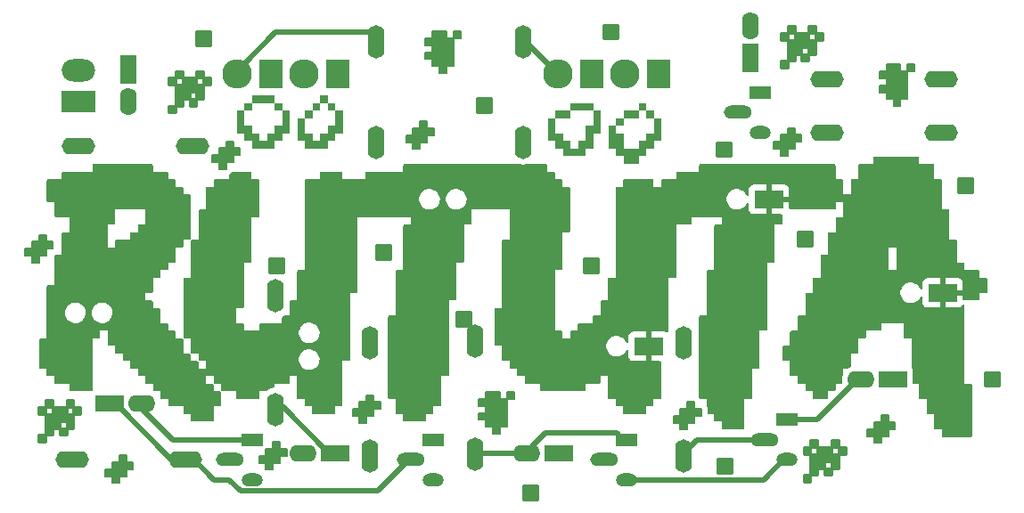
<source format=gbr>
%TF.GenerationSoftware,KiCad,Pcbnew,(6.0.2)*%
%TF.CreationDate,2022-03-15T12:48:44+01:00*%
%TF.ProjectId,ruetueta-pcb,72756574-7565-4746-912d-7063622e6b69,rev?*%
%TF.SameCoordinates,Original*%
%TF.FileFunction,Copper,L1,Top*%
%TF.FilePolarity,Positive*%
%FSLAX46Y46*%
G04 Gerber Fmt 4.6, Leading zero omitted, Abs format (unit mm)*
G04 Created by KiCad (PCBNEW (6.0.2)) date 2022-03-15 12:48:44*
%MOMM*%
%LPD*%
G01*
G04 APERTURE LIST*
%TA.AperFunction,EtchedComponent*%
%ADD10C,0.264582*%
%TD*%
%TA.AperFunction,EtchedComponent*%
%ADD11C,0.132291*%
%TD*%
%TA.AperFunction,ComponentPad*%
%ADD12R,2.805000X1.800000*%
%TD*%
%TA.AperFunction,ComponentPad*%
%ADD13O,1.600000X3.175000*%
%TD*%
%TA.AperFunction,ComponentPad*%
%ADD14O,3.175000X1.600000*%
%TD*%
%TA.AperFunction,ComponentPad*%
%ADD15O,3.175000X2.120000*%
%TD*%
%TA.AperFunction,ComponentPad*%
%ADD16R,3.175000X2.120000*%
%TD*%
%TA.AperFunction,ComponentPad*%
%ADD17R,2.705000X1.600000*%
%TD*%
%TA.AperFunction,ComponentPad*%
%ADD18O,2.610000X1.600000*%
%TD*%
%TA.AperFunction,ComponentPad*%
%ADD19R,2.020000X1.270000*%
%TD*%
%TA.AperFunction,ComponentPad*%
%ADD20O,2.655000X1.270000*%
%TD*%
%TA.AperFunction,ComponentPad*%
%ADD21O,2.020000X1.270000*%
%TD*%
%TA.AperFunction,ComponentPad*%
%ADD22R,1.600000X2.705000*%
%TD*%
%TA.AperFunction,ComponentPad*%
%ADD23O,1.600000X2.610000*%
%TD*%
%TA.AperFunction,ComponentPad*%
%ADD24R,2.170000X2.805000*%
%TD*%
%TA.AperFunction,ComponentPad*%
%ADD25O,2.805000X2.805000*%
%TD*%
%TA.AperFunction,ViaPad*%
%ADD26C,0.800000*%
%TD*%
%TA.AperFunction,Conductor*%
%ADD27C,0.500000*%
%TD*%
G04 APERTURE END LIST*
D10*
%TO.C,REF\u002A\u002A*%
X233759375Y-68695475D02*
X233759375Y-69356933D01*
X233759375Y-69356933D02*
X234420833Y-69356933D01*
X234420833Y-69356933D02*
X234420833Y-68695475D01*
X234420833Y-68695475D02*
X233759375Y-68695475D01*
X233759375Y-68695475D02*
X233759375Y-68695475D01*
G36*
X234420833Y-69356933D02*
G01*
X233759375Y-69356933D01*
X233759375Y-68695475D01*
X234420833Y-68695475D01*
X234420833Y-69356933D01*
G37*
X234420833Y-69356933D02*
X233759375Y-69356933D01*
X233759375Y-68695475D01*
X234420833Y-68695475D01*
X234420833Y-69356933D01*
X233759375Y-68034016D02*
X234420833Y-68034016D01*
X234420833Y-68034016D02*
X234420833Y-67372558D01*
X234420833Y-67372558D02*
X233759375Y-67372558D01*
X233759375Y-67372558D02*
X233759375Y-68034016D01*
X233759375Y-68034016D02*
X233759375Y-68034016D01*
G36*
X234420833Y-68034016D02*
G01*
X233759375Y-68034016D01*
X233759375Y-67372558D01*
X234420833Y-67372558D01*
X234420833Y-68034016D01*
G37*
X234420833Y-68034016D02*
X233759375Y-68034016D01*
X233759375Y-67372558D01*
X234420833Y-67372558D01*
X234420833Y-68034016D01*
X232436458Y-68034016D02*
X232436458Y-69356933D01*
X232436458Y-69356933D02*
X232436458Y-70018391D01*
X232436458Y-70018391D02*
X233097917Y-70018391D01*
X233097917Y-70018391D02*
X233097917Y-69356933D01*
X233097917Y-69356933D02*
X233759375Y-69356933D01*
X233759375Y-69356933D02*
X233759375Y-68695475D01*
X233759375Y-68695475D02*
X233759375Y-68034016D01*
X233759375Y-68034016D02*
X232436458Y-68034016D01*
X232436458Y-68034016D02*
X232436458Y-68034016D01*
G36*
X233759375Y-69356933D02*
G01*
X233097917Y-69356933D01*
X233097917Y-70018391D01*
X232436458Y-70018391D01*
X232436458Y-68034016D01*
X233759375Y-68034016D01*
X233759375Y-69356933D01*
G37*
X233759375Y-69356933D02*
X233097917Y-69356933D01*
X233097917Y-70018391D01*
X232436458Y-70018391D01*
X232436458Y-68034016D01*
X233759375Y-68034016D01*
X233759375Y-69356933D01*
X232436458Y-70018391D02*
X231775000Y-70018391D01*
X231775000Y-70018391D02*
X231775000Y-70679850D01*
X231775000Y-70679850D02*
X232436458Y-70679850D01*
X232436458Y-70679850D02*
X232436458Y-70018391D01*
X232436458Y-70018391D02*
X232436458Y-70018391D01*
G36*
X232436458Y-70679850D02*
G01*
X231775000Y-70679850D01*
X231775000Y-70018391D01*
X232436458Y-70018391D01*
X232436458Y-70679850D01*
G37*
X232436458Y-70679850D02*
X231775000Y-70679850D01*
X231775000Y-70018391D01*
X232436458Y-70018391D01*
X232436458Y-70679850D01*
X231775000Y-67372558D02*
X231775000Y-68034016D01*
X231775000Y-68034016D02*
X232436458Y-68034016D01*
X232436458Y-68034016D02*
X232436458Y-67372558D01*
X232436458Y-67372558D02*
X231775000Y-67372558D01*
X231775000Y-67372558D02*
X231775000Y-67372558D01*
G36*
X232436458Y-68034016D02*
G01*
X231775000Y-68034016D01*
X231775000Y-67372558D01*
X232436458Y-67372558D01*
X232436458Y-68034016D01*
G37*
X232436458Y-68034016D02*
X231775000Y-68034016D01*
X231775000Y-67372558D01*
X232436458Y-67372558D01*
X232436458Y-68034016D01*
X231113542Y-68034016D02*
X231113542Y-68695475D01*
X231113542Y-68695475D02*
X231775000Y-68695475D01*
X231775000Y-68695475D02*
X231775000Y-68034016D01*
X231775000Y-68034016D02*
X231113542Y-68034016D01*
X231113542Y-68034016D02*
X231113542Y-68034016D01*
G36*
X231775000Y-68695475D02*
G01*
X231113542Y-68695475D01*
X231113542Y-68034016D01*
X231775000Y-68034016D01*
X231775000Y-68695475D01*
G37*
X231775000Y-68695475D02*
X231113542Y-68695475D01*
X231113542Y-68034016D01*
X231775000Y-68034016D01*
X231775000Y-68695475D01*
X233097917Y-70018391D02*
X233097917Y-70679850D01*
X233097917Y-70679850D02*
X233759375Y-70679850D01*
X233759375Y-70679850D02*
X233759375Y-70018391D01*
X233759375Y-70018391D02*
X233097917Y-70018391D01*
X233097917Y-70018391D02*
X233097917Y-70018391D01*
G36*
X233759375Y-70679850D02*
G01*
X233097917Y-70679850D01*
X233097917Y-70018391D01*
X233759375Y-70018391D01*
X233759375Y-70679850D01*
G37*
X233759375Y-70679850D02*
X233097917Y-70679850D01*
X233097917Y-70018391D01*
X233759375Y-70018391D01*
X233759375Y-70679850D01*
X233097917Y-68695475D02*
X233759375Y-68695475D01*
X233759375Y-68695475D02*
X233759375Y-68034016D01*
X233759375Y-68034016D02*
X233097917Y-68034016D01*
X233097917Y-68034016D02*
X233097917Y-68695475D01*
X233097917Y-68695475D02*
X233097917Y-68695475D01*
G36*
X233759375Y-68695475D02*
G01*
X233097917Y-68695475D01*
X233097917Y-68034016D01*
X233759375Y-68034016D01*
X233759375Y-68695475D01*
G37*
X233759375Y-68695475D02*
X233097917Y-68695475D01*
X233097917Y-68034016D01*
X233759375Y-68034016D01*
X233759375Y-68695475D01*
X234420833Y-68034016D02*
X234420833Y-68695475D01*
X234420833Y-68695475D02*
X235082292Y-68695475D01*
X235082292Y-68695475D02*
X235082292Y-68034016D01*
X235082292Y-68034016D02*
X234420833Y-68034016D01*
X234420833Y-68034016D02*
X234420833Y-68034016D01*
G36*
X235082292Y-68695475D02*
G01*
X234420833Y-68695475D01*
X234420833Y-68034016D01*
X235082292Y-68034016D01*
X235082292Y-68695475D01*
G37*
X235082292Y-68695475D02*
X234420833Y-68695475D01*
X234420833Y-68034016D01*
X235082292Y-68034016D01*
X235082292Y-68695475D01*
X231775000Y-70679850D02*
X231113542Y-70679850D01*
X231113542Y-70679850D02*
X231113542Y-71341308D01*
X231113542Y-71341308D02*
X231775000Y-71341308D01*
X231775000Y-71341308D02*
X231775000Y-70679850D01*
X231775000Y-70679850D02*
X231775000Y-70679850D01*
G36*
X231775000Y-71341308D02*
G01*
X231113542Y-71341308D01*
X231113542Y-70679850D01*
X231775000Y-70679850D01*
X231775000Y-71341308D01*
G37*
X231775000Y-71341308D02*
X231113542Y-71341308D01*
X231113542Y-70679850D01*
X231775000Y-70679850D01*
X231775000Y-71341308D01*
X233759375Y-69356933D02*
X233759375Y-70018391D01*
X233759375Y-70018391D02*
X234420833Y-70018391D01*
X234420833Y-70018391D02*
X234420833Y-69356933D01*
X234420833Y-69356933D02*
X233759375Y-69356933D01*
X233759375Y-69356933D02*
X233759375Y-69356933D01*
G36*
X234420833Y-70018391D02*
G01*
X233759375Y-70018391D01*
X233759375Y-69356933D01*
X234420833Y-69356933D01*
X234420833Y-70018391D01*
G37*
X234420833Y-70018391D02*
X233759375Y-70018391D01*
X233759375Y-69356933D01*
X234420833Y-69356933D01*
X234420833Y-70018391D01*
X231775000Y-68695475D02*
X231775000Y-70018391D01*
X231775000Y-70018391D02*
X231775000Y-70679850D01*
X231775000Y-70679850D02*
X232436458Y-70679850D01*
X232436458Y-70679850D02*
X232436458Y-70018391D01*
X232436458Y-70018391D02*
X233097917Y-70018391D01*
X233097917Y-70018391D02*
X233097917Y-69356933D01*
X233097917Y-69356933D02*
X233097917Y-68695475D01*
X233097917Y-68695475D02*
X231775000Y-68695475D01*
X231775000Y-68695475D02*
X231775000Y-68695475D01*
G36*
X233097917Y-70018391D02*
G01*
X232436458Y-70018391D01*
X232436458Y-70679850D01*
X231775000Y-70679850D01*
X231775000Y-68695475D01*
X233097917Y-68695475D01*
X233097917Y-70018391D01*
G37*
X233097917Y-70018391D02*
X232436458Y-70018391D01*
X232436458Y-70679850D01*
X231775000Y-70679850D01*
X231775000Y-68695475D01*
X233097917Y-68695475D01*
X233097917Y-70018391D01*
D11*
X238997290Y-31646064D02*
X240320207Y-31646064D01*
X240320207Y-31646064D02*
X240320207Y-32307522D01*
X240320207Y-32307522D02*
X238997290Y-32307522D01*
X238997290Y-32307522D02*
X238997290Y-31646064D01*
X238997290Y-31646064D02*
X238997290Y-31646064D01*
G36*
X240320207Y-32307522D02*
G01*
X238997290Y-32307522D01*
X238997290Y-31646064D01*
X240320207Y-31646064D01*
X240320207Y-32307522D01*
G37*
X240320207Y-32307522D02*
X238997290Y-32307522D01*
X238997290Y-31646064D01*
X240320207Y-31646064D01*
X240320207Y-32307522D01*
X240981665Y-31646064D02*
X241643124Y-31646064D01*
X241643124Y-31646064D02*
X241643124Y-32307522D01*
X241643124Y-32307522D02*
X240981665Y-32307522D01*
X240981665Y-32307522D02*
X240981665Y-31646064D01*
X240981665Y-31646064D02*
X240981665Y-31646064D01*
G36*
X241643124Y-32307522D02*
G01*
X240981665Y-32307522D01*
X240981665Y-31646064D01*
X241643124Y-31646064D01*
X241643124Y-32307522D01*
G37*
X241643124Y-32307522D02*
X240981665Y-32307522D01*
X240981665Y-31646064D01*
X241643124Y-31646064D01*
X241643124Y-32307522D01*
X238335832Y-33630439D02*
X238997291Y-33630439D01*
X238997291Y-33630439D02*
X238997291Y-34291897D01*
X238997291Y-34291897D02*
X238335832Y-34291897D01*
X238335832Y-34291897D02*
X238335832Y-33630439D01*
X238335832Y-33630439D02*
X238335832Y-33630439D01*
G36*
X238997291Y-34291897D02*
G01*
X238335832Y-34291897D01*
X238335832Y-33630439D01*
X238997291Y-33630439D01*
X238997291Y-34291897D01*
G37*
X238997291Y-34291897D02*
X238335832Y-34291897D01*
X238335832Y-33630439D01*
X238997291Y-33630439D01*
X238997291Y-34291897D01*
X240320207Y-32307522D02*
X240981665Y-32307522D01*
X240981665Y-32307522D02*
X240981665Y-32968981D01*
X240981665Y-32968981D02*
X240320207Y-32968981D01*
X240320207Y-32968981D02*
X240320207Y-32307522D01*
X240320207Y-32307522D02*
X240320207Y-32307522D01*
G36*
X240981665Y-32968981D02*
G01*
X240320207Y-32968981D01*
X240320207Y-32307522D01*
X240981665Y-32307522D01*
X240981665Y-32968981D01*
G37*
X240981665Y-32968981D02*
X240320207Y-32968981D01*
X240320207Y-32307522D01*
X240981665Y-32307522D01*
X240981665Y-32968981D01*
X238997291Y-32968981D02*
X240320207Y-32968981D01*
X240320207Y-32968981D02*
X240320207Y-34291897D01*
X240320207Y-34291897D02*
X238997291Y-34291897D01*
X238997291Y-34291897D02*
X238997291Y-32968981D01*
X238997291Y-32968981D02*
X238997291Y-32968981D01*
G36*
X240320207Y-34291897D02*
G01*
X238997291Y-34291897D01*
X238997291Y-32968981D01*
X240320207Y-32968981D01*
X240320207Y-34291897D01*
G37*
X240320207Y-34291897D02*
X238997291Y-34291897D01*
X238997291Y-32968981D01*
X240320207Y-32968981D01*
X240320207Y-34291897D01*
X239658749Y-32307522D02*
X240981665Y-32307522D01*
X240981665Y-32307522D02*
X240981665Y-33630439D01*
X240981665Y-33630439D02*
X239658749Y-33630439D01*
X239658749Y-33630439D02*
X239658749Y-32307522D01*
X239658749Y-32307522D02*
X239658749Y-32307522D01*
G36*
X240981665Y-33630439D02*
G01*
X239658749Y-33630439D01*
X239658749Y-32307522D01*
X240981665Y-32307522D01*
X240981665Y-33630439D01*
G37*
X240981665Y-33630439D02*
X239658749Y-33630439D01*
X239658749Y-32307522D01*
X240981665Y-32307522D01*
X240981665Y-33630439D01*
X240320207Y-33630439D02*
X240981665Y-33630439D01*
X240981665Y-33630439D02*
X240981665Y-34953356D01*
X240981665Y-34953356D02*
X240320207Y-34953356D01*
X240320207Y-34953356D02*
X240320207Y-33630439D01*
X240320207Y-33630439D02*
X240320207Y-33630439D01*
G36*
X240981665Y-34953356D02*
G01*
X240320207Y-34953356D01*
X240320207Y-33630439D01*
X240981665Y-33630439D01*
X240981665Y-34953356D01*
G37*
X240981665Y-34953356D02*
X240320207Y-34953356D01*
X240320207Y-33630439D01*
X240981665Y-33630439D01*
X240981665Y-34953356D01*
X238997290Y-32968981D02*
X239658749Y-32968981D01*
X239658749Y-32968981D02*
X239658749Y-33630439D01*
X239658749Y-33630439D02*
X238997290Y-33630439D01*
X238997290Y-33630439D02*
X238997290Y-32968981D01*
X238997290Y-32968981D02*
X238997290Y-32968981D01*
G36*
X239658749Y-33630439D02*
G01*
X238997290Y-33630439D01*
X238997290Y-32968981D01*
X239658749Y-32968981D01*
X239658749Y-33630439D01*
G37*
X239658749Y-33630439D02*
X238997290Y-33630439D01*
X238997290Y-32968981D01*
X239658749Y-32968981D01*
X239658749Y-33630439D01*
X238335832Y-32307522D02*
X239658749Y-32307522D01*
X239658749Y-32307522D02*
X239658749Y-32968981D01*
X239658749Y-32968981D02*
X238335832Y-32968981D01*
X238335832Y-32968981D02*
X238335832Y-32307522D01*
X238335832Y-32307522D02*
X238335832Y-32307522D01*
G36*
X239658749Y-32968981D02*
G01*
X238335832Y-32968981D01*
X238335832Y-32307522D01*
X239658749Y-32307522D01*
X239658749Y-32968981D01*
G37*
X239658749Y-32968981D02*
X238335832Y-32968981D01*
X238335832Y-32307522D01*
X239658749Y-32307522D01*
X239658749Y-32968981D01*
X238997291Y-34291897D02*
X239658749Y-34291897D01*
X239658749Y-34291897D02*
X239658749Y-34953356D01*
X239658749Y-34953356D02*
X238997291Y-34953356D01*
X238997291Y-34953356D02*
X238997291Y-34291897D01*
X238997291Y-34291897D02*
X238997291Y-34291897D01*
G36*
X239658749Y-34953356D02*
G01*
X238997291Y-34953356D01*
X238997291Y-34291897D01*
X239658749Y-34291897D01*
X239658749Y-34953356D01*
G37*
X239658749Y-34953356D02*
X238997291Y-34953356D01*
X238997291Y-34291897D01*
X239658749Y-34291897D01*
X239658749Y-34953356D01*
X239658749Y-34291897D02*
X240320207Y-34291897D01*
X240320207Y-34291897D02*
X240320207Y-35614814D01*
X240320207Y-35614814D02*
X239658749Y-35614814D01*
X239658749Y-35614814D02*
X239658749Y-34291897D01*
X239658749Y-34291897D02*
X239658749Y-34291897D01*
G36*
X240320207Y-35614814D02*
G01*
X239658749Y-35614814D01*
X239658749Y-34291897D01*
X240320207Y-34291897D01*
X240320207Y-35614814D01*
G37*
X240320207Y-35614814D02*
X239658749Y-35614814D01*
X239658749Y-34291897D01*
X240320207Y-34291897D01*
X240320207Y-35614814D01*
X239658749Y-33630439D02*
X240320207Y-33630439D01*
X240320207Y-33630439D02*
X240320207Y-34291897D01*
X240320207Y-34291897D02*
X239658749Y-34291897D01*
X239658749Y-34291897D02*
X239658749Y-33630439D01*
X239658749Y-33630439D02*
X239658749Y-33630439D01*
G36*
X240320207Y-34291897D02*
G01*
X239658749Y-34291897D01*
X239658749Y-33630439D01*
X240320207Y-33630439D01*
X240320207Y-34291897D01*
G37*
X240320207Y-34291897D02*
X239658749Y-34291897D01*
X239658749Y-33630439D01*
X240320207Y-33630439D01*
X240320207Y-34291897D01*
X180043386Y-68177035D02*
X180043386Y-68838493D01*
X180043386Y-68838493D02*
X179381928Y-68838493D01*
X179381928Y-68838493D02*
X179381928Y-69499951D01*
X179381928Y-69499951D02*
X180043386Y-69499951D01*
X180043386Y-69499951D02*
X180043386Y-70161410D01*
X180043386Y-70161410D02*
X180704845Y-70161410D01*
X180704845Y-70161410D02*
X180704845Y-69499951D01*
X180704845Y-69499951D02*
X181366303Y-69499951D01*
X181366303Y-69499951D02*
X181366303Y-68838493D01*
X181366303Y-68838493D02*
X180704845Y-68838493D01*
X180704845Y-68838493D02*
X180704845Y-68177035D01*
X180704845Y-68177035D02*
X180043386Y-68177035D01*
X180043386Y-68177035D02*
X180043386Y-68177035D01*
G36*
X180704845Y-68838493D02*
G01*
X181366303Y-68838493D01*
X181366303Y-69499951D01*
X180704845Y-69499951D01*
X180704845Y-70161410D01*
X180043386Y-70161410D01*
X180043386Y-69499951D01*
X179381928Y-69499951D01*
X179381928Y-68838493D01*
X180043386Y-68838493D01*
X180043386Y-68177035D01*
X180704845Y-68177035D01*
X180704845Y-68838493D01*
G37*
X180704845Y-68838493D02*
X181366303Y-68838493D01*
X181366303Y-69499951D01*
X180704845Y-69499951D01*
X180704845Y-70161410D01*
X180043386Y-70161410D01*
X180043386Y-69499951D01*
X179381928Y-69499951D01*
X179381928Y-68838493D01*
X180043386Y-68838493D01*
X180043386Y-68177035D01*
X180704845Y-68177035D01*
X180704845Y-68838493D01*
X180704845Y-67515576D02*
X180704845Y-68177035D01*
X180704845Y-68177035D02*
X180043386Y-68177035D01*
X180043386Y-68177035D02*
X180043386Y-68838493D01*
X180043386Y-68838493D02*
X180704845Y-68838493D01*
X180704845Y-68838493D02*
X180704845Y-69499951D01*
X180704845Y-69499951D02*
X181366303Y-69499951D01*
X181366303Y-69499951D02*
X181366303Y-68838493D01*
X181366303Y-68838493D02*
X182027761Y-68838493D01*
X182027761Y-68838493D02*
X182027761Y-68177035D01*
X182027761Y-68177035D02*
X181366303Y-68177035D01*
X181366303Y-68177035D02*
X181366303Y-67515576D01*
X181366303Y-67515576D02*
X180704845Y-67515576D01*
X180704845Y-67515576D02*
X180704845Y-67515576D01*
G36*
X181366303Y-68177035D02*
G01*
X182027761Y-68177035D01*
X182027761Y-68838493D01*
X181366303Y-68838493D01*
X181366303Y-69499951D01*
X180704845Y-69499951D01*
X180704845Y-68838493D01*
X180043386Y-68838493D01*
X180043386Y-68177035D01*
X180704845Y-68177035D01*
X180704845Y-67515576D01*
X181366303Y-67515576D01*
X181366303Y-68177035D01*
G37*
X181366303Y-68177035D02*
X182027761Y-68177035D01*
X182027761Y-68838493D01*
X181366303Y-68838493D01*
X181366303Y-69499951D01*
X180704845Y-69499951D01*
X180704845Y-68838493D01*
X180043386Y-68838493D01*
X180043386Y-68177035D01*
X180704845Y-68177035D01*
X180704845Y-67515576D01*
X181366303Y-67515576D01*
X181366303Y-68177035D01*
D10*
X172111458Y-32914166D02*
X172111458Y-34237083D01*
X172111458Y-34237083D02*
X172111458Y-34898541D01*
X172111458Y-34898541D02*
X172772917Y-34898541D01*
X172772917Y-34898541D02*
X172772917Y-34237083D01*
X172772917Y-34237083D02*
X173434375Y-34237083D01*
X173434375Y-34237083D02*
X173434375Y-33575625D01*
X173434375Y-33575625D02*
X173434375Y-32914166D01*
X173434375Y-32914166D02*
X172111458Y-32914166D01*
X172111458Y-32914166D02*
X172111458Y-32914166D01*
G36*
X173434375Y-34237083D02*
G01*
X172772917Y-34237083D01*
X172772917Y-34898541D01*
X172111458Y-34898541D01*
X172111458Y-32914166D01*
X173434375Y-32914166D01*
X173434375Y-34237083D01*
G37*
X173434375Y-34237083D02*
X172772917Y-34237083D01*
X172772917Y-34898541D01*
X172111458Y-34898541D01*
X172111458Y-32914166D01*
X173434375Y-32914166D01*
X173434375Y-34237083D01*
X171450000Y-33575625D02*
X171450000Y-34898541D01*
X171450000Y-34898541D02*
X171450000Y-35560000D01*
X171450000Y-35560000D02*
X172111458Y-35560000D01*
X172111458Y-35560000D02*
X172111458Y-34898541D01*
X172111458Y-34898541D02*
X172772917Y-34898541D01*
X172772917Y-34898541D02*
X172772917Y-34237083D01*
X172772917Y-34237083D02*
X172772917Y-33575625D01*
X172772917Y-33575625D02*
X171450000Y-33575625D01*
X171450000Y-33575625D02*
X171450000Y-33575625D01*
G36*
X172772917Y-34898541D02*
G01*
X172111458Y-34898541D01*
X172111458Y-35560000D01*
X171450000Y-35560000D01*
X171450000Y-33575625D01*
X172772917Y-33575625D01*
X172772917Y-34898541D01*
G37*
X172772917Y-34898541D02*
X172111458Y-34898541D01*
X172111458Y-35560000D01*
X171450000Y-35560000D01*
X171450000Y-33575625D01*
X172772917Y-33575625D01*
X172772917Y-34898541D01*
X170788542Y-32914166D02*
X170788542Y-33575625D01*
X170788542Y-33575625D02*
X171450000Y-33575625D01*
X171450000Y-33575625D02*
X171450000Y-32914166D01*
X171450000Y-32914166D02*
X170788542Y-32914166D01*
X170788542Y-32914166D02*
X170788542Y-32914166D01*
G36*
X171450000Y-33575625D02*
G01*
X170788542Y-33575625D01*
X170788542Y-32914166D01*
X171450000Y-32914166D01*
X171450000Y-33575625D01*
G37*
X171450000Y-33575625D02*
X170788542Y-33575625D01*
X170788542Y-32914166D01*
X171450000Y-32914166D01*
X171450000Y-33575625D01*
X173434375Y-33575625D02*
X173434375Y-34237083D01*
X173434375Y-34237083D02*
X174095833Y-34237083D01*
X174095833Y-34237083D02*
X174095833Y-33575625D01*
X174095833Y-33575625D02*
X173434375Y-33575625D01*
X173434375Y-33575625D02*
X173434375Y-33575625D01*
G36*
X174095833Y-34237083D02*
G01*
X173434375Y-34237083D01*
X173434375Y-33575625D01*
X174095833Y-33575625D01*
X174095833Y-34237083D01*
G37*
X174095833Y-34237083D02*
X173434375Y-34237083D01*
X173434375Y-33575625D01*
X174095833Y-33575625D01*
X174095833Y-34237083D01*
X172772917Y-34898541D02*
X172772917Y-35560000D01*
X172772917Y-35560000D02*
X173434375Y-35560000D01*
X173434375Y-35560000D02*
X173434375Y-34898541D01*
X173434375Y-34898541D02*
X172772917Y-34898541D01*
X172772917Y-34898541D02*
X172772917Y-34898541D01*
G36*
X173434375Y-35560000D02*
G01*
X172772917Y-35560000D01*
X172772917Y-34898541D01*
X173434375Y-34898541D01*
X173434375Y-35560000D01*
G37*
X173434375Y-35560000D02*
X172772917Y-35560000D01*
X172772917Y-34898541D01*
X173434375Y-34898541D01*
X173434375Y-35560000D01*
X172772917Y-33575625D02*
X173434375Y-33575625D01*
X173434375Y-33575625D02*
X173434375Y-32914166D01*
X173434375Y-32914166D02*
X172772917Y-32914166D01*
X172772917Y-32914166D02*
X172772917Y-33575625D01*
X172772917Y-33575625D02*
X172772917Y-33575625D01*
G36*
X173434375Y-33575625D02*
G01*
X172772917Y-33575625D01*
X172772917Y-32914166D01*
X173434375Y-32914166D01*
X173434375Y-33575625D01*
G37*
X173434375Y-33575625D02*
X172772917Y-33575625D01*
X172772917Y-32914166D01*
X173434375Y-32914166D01*
X173434375Y-33575625D01*
X173434375Y-34237083D02*
X173434375Y-34898541D01*
X173434375Y-34898541D02*
X174095833Y-34898541D01*
X174095833Y-34898541D02*
X174095833Y-34237083D01*
X174095833Y-34237083D02*
X173434375Y-34237083D01*
X173434375Y-34237083D02*
X173434375Y-34237083D01*
G36*
X174095833Y-34898541D02*
G01*
X173434375Y-34898541D01*
X173434375Y-34237083D01*
X174095833Y-34237083D01*
X174095833Y-34898541D01*
G37*
X174095833Y-34898541D02*
X173434375Y-34898541D01*
X173434375Y-34237083D01*
X174095833Y-34237083D01*
X174095833Y-34898541D01*
X172111458Y-34898541D02*
X171450000Y-34898541D01*
X171450000Y-34898541D02*
X171450000Y-35560000D01*
X171450000Y-35560000D02*
X172111458Y-35560000D01*
X172111458Y-35560000D02*
X172111458Y-34898541D01*
X172111458Y-34898541D02*
X172111458Y-34898541D01*
G36*
X172111458Y-35560000D02*
G01*
X171450000Y-35560000D01*
X171450000Y-34898541D01*
X172111458Y-34898541D01*
X172111458Y-35560000D01*
G37*
X172111458Y-35560000D02*
X171450000Y-35560000D01*
X171450000Y-34898541D01*
X172111458Y-34898541D01*
X172111458Y-35560000D01*
X171450000Y-35560000D02*
X170788542Y-35560000D01*
X170788542Y-35560000D02*
X170788542Y-36221458D01*
X170788542Y-36221458D02*
X171450000Y-36221458D01*
X171450000Y-36221458D02*
X171450000Y-35560000D01*
X171450000Y-35560000D02*
X171450000Y-35560000D01*
G36*
X171450000Y-36221458D02*
G01*
X170788542Y-36221458D01*
X170788542Y-35560000D01*
X171450000Y-35560000D01*
X171450000Y-36221458D01*
G37*
X171450000Y-36221458D02*
X170788542Y-36221458D01*
X170788542Y-35560000D01*
X171450000Y-35560000D01*
X171450000Y-36221458D01*
X174095833Y-32914166D02*
X174095833Y-33575625D01*
X174095833Y-33575625D02*
X174757292Y-33575625D01*
X174757292Y-33575625D02*
X174757292Y-32914166D01*
X174757292Y-32914166D02*
X174095833Y-32914166D01*
X174095833Y-32914166D02*
X174095833Y-32914166D01*
G36*
X174757292Y-33575625D02*
G01*
X174095833Y-33575625D01*
X174095833Y-32914166D01*
X174757292Y-32914166D01*
X174757292Y-33575625D01*
G37*
X174757292Y-33575625D02*
X174095833Y-33575625D01*
X174095833Y-32914166D01*
X174757292Y-32914166D01*
X174757292Y-33575625D01*
X173434375Y-32914166D02*
X174095833Y-32914166D01*
X174095833Y-32914166D02*
X174095833Y-32252708D01*
X174095833Y-32252708D02*
X173434375Y-32252708D01*
X173434375Y-32252708D02*
X173434375Y-32914166D01*
X173434375Y-32914166D02*
X173434375Y-32914166D01*
G36*
X174095833Y-32914166D02*
G01*
X173434375Y-32914166D01*
X173434375Y-32252708D01*
X174095833Y-32252708D01*
X174095833Y-32914166D01*
G37*
X174095833Y-32914166D02*
X173434375Y-32914166D01*
X173434375Y-32252708D01*
X174095833Y-32252708D01*
X174095833Y-32914166D01*
X171450000Y-32252708D02*
X171450000Y-32914166D01*
X171450000Y-32914166D02*
X172111458Y-32914166D01*
X172111458Y-32914166D02*
X172111458Y-32252708D01*
X172111458Y-32252708D02*
X171450000Y-32252708D01*
X171450000Y-32252708D02*
X171450000Y-32252708D01*
G36*
X172111458Y-32914166D02*
G01*
X171450000Y-32914166D01*
X171450000Y-32252708D01*
X172111458Y-32252708D01*
X172111458Y-32914166D01*
G37*
X172111458Y-32914166D02*
X171450000Y-32914166D01*
X171450000Y-32252708D01*
X172111458Y-32252708D01*
X172111458Y-32914166D01*
D11*
X158479845Y-47830576D02*
X158479845Y-48492035D01*
X158479845Y-48492035D02*
X157818386Y-48492035D01*
X157818386Y-48492035D02*
X157818386Y-49153493D01*
X157818386Y-49153493D02*
X158479845Y-49153493D01*
X158479845Y-49153493D02*
X158479845Y-49814951D01*
X158479845Y-49814951D02*
X159141303Y-49814951D01*
X159141303Y-49814951D02*
X159141303Y-49153493D01*
X159141303Y-49153493D02*
X159802761Y-49153493D01*
X159802761Y-49153493D02*
X159802761Y-48492035D01*
X159802761Y-48492035D02*
X159141303Y-48492035D01*
X159141303Y-48492035D02*
X159141303Y-47830576D01*
X159141303Y-47830576D02*
X158479845Y-47830576D01*
X158479845Y-47830576D02*
X158479845Y-47830576D01*
G36*
X159141303Y-48492035D02*
G01*
X159802761Y-48492035D01*
X159802761Y-49153493D01*
X159141303Y-49153493D01*
X159141303Y-49814951D01*
X158479845Y-49814951D01*
X158479845Y-49153493D01*
X157818386Y-49153493D01*
X157818386Y-48492035D01*
X158479845Y-48492035D01*
X158479845Y-47830576D01*
X159141303Y-47830576D01*
X159141303Y-48492035D01*
G37*
X159141303Y-48492035D02*
X159802761Y-48492035D01*
X159802761Y-49153493D01*
X159141303Y-49153493D01*
X159141303Y-49814951D01*
X158479845Y-49814951D01*
X158479845Y-49153493D01*
X157818386Y-49153493D01*
X157818386Y-48492035D01*
X158479845Y-48492035D01*
X158479845Y-47830576D01*
X159141303Y-47830576D01*
X159141303Y-48492035D01*
X157818386Y-48492035D02*
X157818386Y-49153493D01*
X157818386Y-49153493D02*
X157156928Y-49153493D01*
X157156928Y-49153493D02*
X157156928Y-49814951D01*
X157156928Y-49814951D02*
X157818386Y-49814951D01*
X157818386Y-49814951D02*
X157818386Y-50476410D01*
X157818386Y-50476410D02*
X158479845Y-50476410D01*
X158479845Y-50476410D02*
X158479845Y-49814951D01*
X158479845Y-49814951D02*
X159141303Y-49814951D01*
X159141303Y-49814951D02*
X159141303Y-49153493D01*
X159141303Y-49153493D02*
X158479845Y-49153493D01*
X158479845Y-49153493D02*
X158479845Y-48492035D01*
X158479845Y-48492035D02*
X157818386Y-48492035D01*
X157818386Y-48492035D02*
X157818386Y-48492035D01*
G36*
X158479845Y-49153493D02*
G01*
X159141303Y-49153493D01*
X159141303Y-49814951D01*
X158479845Y-49814951D01*
X158479845Y-50476410D01*
X157818386Y-50476410D01*
X157818386Y-49814951D01*
X157156928Y-49814951D01*
X157156928Y-49153493D01*
X157818386Y-49153493D01*
X157818386Y-48492035D01*
X158479845Y-48492035D01*
X158479845Y-49153493D01*
G37*
X158479845Y-49153493D02*
X159141303Y-49153493D01*
X159141303Y-49814951D01*
X158479845Y-49814951D01*
X158479845Y-50476410D01*
X157818386Y-50476410D01*
X157818386Y-49814951D01*
X157156928Y-49814951D01*
X157156928Y-49153493D01*
X157818386Y-49153493D01*
X157818386Y-48492035D01*
X158479845Y-48492035D01*
X158479845Y-49153493D01*
D10*
X204505580Y-71664863D02*
X205828497Y-71664863D01*
X205828497Y-71664863D02*
X205828497Y-72987779D01*
X205828497Y-72987779D02*
X204505580Y-72987779D01*
X204505580Y-72987779D02*
X204505580Y-71664863D01*
X204505580Y-71664863D02*
X204505580Y-71664863D01*
G36*
X205828497Y-72987779D02*
G01*
X204505580Y-72987779D01*
X204505580Y-71664863D01*
X205828497Y-71664863D01*
X205828497Y-72987779D01*
G37*
X205828497Y-72987779D02*
X204505580Y-72987779D01*
X204505580Y-71664863D01*
X205828497Y-71664863D01*
X205828497Y-72987779D01*
D11*
X188933386Y-63732035D02*
X188933386Y-64393493D01*
X188933386Y-64393493D02*
X188271928Y-64393493D01*
X188271928Y-64393493D02*
X188271928Y-65054951D01*
X188271928Y-65054951D02*
X188933386Y-65054951D01*
X188933386Y-65054951D02*
X188933386Y-65716410D01*
X188933386Y-65716410D02*
X189594845Y-65716410D01*
X189594845Y-65716410D02*
X189594845Y-65054951D01*
X189594845Y-65054951D02*
X190256303Y-65054951D01*
X190256303Y-65054951D02*
X190256303Y-64393493D01*
X190256303Y-64393493D02*
X189594845Y-64393493D01*
X189594845Y-64393493D02*
X189594845Y-63732035D01*
X189594845Y-63732035D02*
X188933386Y-63732035D01*
X188933386Y-63732035D02*
X188933386Y-63732035D01*
G36*
X189594845Y-64393493D02*
G01*
X190256303Y-64393493D01*
X190256303Y-65054951D01*
X189594845Y-65054951D01*
X189594845Y-65716410D01*
X188933386Y-65716410D01*
X188933386Y-65054951D01*
X188271928Y-65054951D01*
X188271928Y-64393493D01*
X188933386Y-64393493D01*
X188933386Y-63732035D01*
X189594845Y-63732035D01*
X189594845Y-64393493D01*
G37*
X189594845Y-64393493D02*
X190256303Y-64393493D01*
X190256303Y-65054951D01*
X189594845Y-65054951D01*
X189594845Y-65716410D01*
X188933386Y-65716410D01*
X188933386Y-65054951D01*
X188271928Y-65054951D01*
X188271928Y-64393493D01*
X188933386Y-64393493D01*
X188933386Y-63732035D01*
X189594845Y-63732035D01*
X189594845Y-64393493D01*
X189594845Y-63070576D02*
X189594845Y-63732035D01*
X189594845Y-63732035D02*
X188933386Y-63732035D01*
X188933386Y-63732035D02*
X188933386Y-64393493D01*
X188933386Y-64393493D02*
X189594845Y-64393493D01*
X189594845Y-64393493D02*
X189594845Y-65054951D01*
X189594845Y-65054951D02*
X190256303Y-65054951D01*
X190256303Y-65054951D02*
X190256303Y-64393493D01*
X190256303Y-64393493D02*
X190917761Y-64393493D01*
X190917761Y-64393493D02*
X190917761Y-63732035D01*
X190917761Y-63732035D02*
X190256303Y-63732035D01*
X190256303Y-63732035D02*
X190256303Y-63070576D01*
X190256303Y-63070576D02*
X189594845Y-63070576D01*
X189594845Y-63070576D02*
X189594845Y-63070576D01*
G36*
X190256303Y-63732035D02*
G01*
X190917761Y-63732035D01*
X190917761Y-64393493D01*
X190256303Y-64393493D01*
X190256303Y-65054951D01*
X189594845Y-65054951D01*
X189594845Y-64393493D01*
X188933386Y-64393493D01*
X188933386Y-63732035D01*
X189594845Y-63732035D01*
X189594845Y-63070576D01*
X190256303Y-63070576D01*
X190256303Y-63732035D01*
G37*
X190256303Y-63732035D02*
X190917761Y-63732035D01*
X190917761Y-64393493D01*
X190256303Y-64393493D01*
X190256303Y-65054951D01*
X189594845Y-65054951D01*
X189594845Y-64393493D01*
X188933386Y-64393493D01*
X188933386Y-63732035D01*
X189594845Y-63732035D01*
X189594845Y-63070576D01*
X190256303Y-63070576D01*
X190256303Y-63732035D01*
X166099845Y-68785576D02*
X166099845Y-69447035D01*
X166099845Y-69447035D02*
X165438386Y-69447035D01*
X165438386Y-69447035D02*
X165438386Y-70108493D01*
X165438386Y-70108493D02*
X166099845Y-70108493D01*
X166099845Y-70108493D02*
X166099845Y-70769951D01*
X166099845Y-70769951D02*
X166761303Y-70769951D01*
X166761303Y-70769951D02*
X166761303Y-70108493D01*
X166761303Y-70108493D02*
X167422761Y-70108493D01*
X167422761Y-70108493D02*
X167422761Y-69447035D01*
X167422761Y-69447035D02*
X166761303Y-69447035D01*
X166761303Y-69447035D02*
X166761303Y-68785576D01*
X166761303Y-68785576D02*
X166099845Y-68785576D01*
X166099845Y-68785576D02*
X166099845Y-68785576D01*
G36*
X166761303Y-69447035D02*
G01*
X167422761Y-69447035D01*
X167422761Y-70108493D01*
X166761303Y-70108493D01*
X166761303Y-70769951D01*
X166099845Y-70769951D01*
X166099845Y-70108493D01*
X165438386Y-70108493D01*
X165438386Y-69447035D01*
X166099845Y-69447035D01*
X166099845Y-68785576D01*
X166761303Y-68785576D01*
X166761303Y-69447035D01*
G37*
X166761303Y-69447035D02*
X167422761Y-69447035D01*
X167422761Y-70108493D01*
X166761303Y-70108493D01*
X166761303Y-70769951D01*
X166099845Y-70769951D01*
X166099845Y-70108493D01*
X165438386Y-70108493D01*
X165438386Y-69447035D01*
X166099845Y-69447035D01*
X166099845Y-68785576D01*
X166761303Y-68785576D01*
X166761303Y-69447035D01*
X165438386Y-69447035D02*
X165438386Y-70108493D01*
X165438386Y-70108493D02*
X164776928Y-70108493D01*
X164776928Y-70108493D02*
X164776928Y-70769951D01*
X164776928Y-70769951D02*
X165438386Y-70769951D01*
X165438386Y-70769951D02*
X165438386Y-71431410D01*
X165438386Y-71431410D02*
X166099845Y-71431410D01*
X166099845Y-71431410D02*
X166099845Y-70769951D01*
X166099845Y-70769951D02*
X166761303Y-70769951D01*
X166761303Y-70769951D02*
X166761303Y-70108493D01*
X166761303Y-70108493D02*
X166099845Y-70108493D01*
X166099845Y-70108493D02*
X166099845Y-69447035D01*
X166099845Y-69447035D02*
X165438386Y-69447035D01*
X165438386Y-69447035D02*
X165438386Y-69447035D01*
G36*
X166099845Y-70108493D02*
G01*
X166761303Y-70108493D01*
X166761303Y-70769951D01*
X166099845Y-70769951D01*
X166099845Y-71431410D01*
X165438386Y-71431410D01*
X165438386Y-70769951D01*
X164776928Y-70769951D01*
X164776928Y-70108493D01*
X165438386Y-70108493D01*
X165438386Y-69447035D01*
X166099845Y-69447035D01*
X166099845Y-70108493D01*
G37*
X166099845Y-70108493D02*
X166761303Y-70108493D01*
X166761303Y-70769951D01*
X166099845Y-70769951D01*
X166099845Y-71431410D01*
X165438386Y-71431410D01*
X165438386Y-70769951D01*
X164776928Y-70769951D01*
X164776928Y-70108493D01*
X165438386Y-70108493D01*
X165438386Y-69447035D01*
X166099845Y-69447035D01*
X166099845Y-70108493D01*
X196519271Y-29157083D02*
X197842187Y-29157083D01*
X197842187Y-29157083D02*
X197842187Y-30480000D01*
X197842187Y-30480000D02*
X196519271Y-30480000D01*
X196519271Y-30480000D02*
X196519271Y-29157083D01*
X196519271Y-29157083D02*
X196519271Y-29157083D01*
G36*
X197842187Y-30480000D02*
G01*
X196519271Y-30480000D01*
X196519271Y-29157083D01*
X197842187Y-29157083D01*
X197842187Y-30480000D01*
G37*
X197842187Y-30480000D02*
X196519271Y-30480000D01*
X196519271Y-29157083D01*
X197842187Y-29157083D01*
X197842187Y-30480000D01*
X195857812Y-28495625D02*
X197180729Y-28495625D01*
X197180729Y-28495625D02*
X197180729Y-29157083D01*
X197180729Y-29157083D02*
X195857812Y-29157083D01*
X195857812Y-29157083D02*
X195857812Y-28495625D01*
X195857812Y-28495625D02*
X195857812Y-28495625D01*
G36*
X197180729Y-29157083D02*
G01*
X195857812Y-29157083D01*
X195857812Y-28495625D01*
X197180729Y-28495625D01*
X197180729Y-29157083D01*
G37*
X197180729Y-29157083D02*
X195857812Y-29157083D01*
X195857812Y-28495625D01*
X197180729Y-28495625D01*
X197180729Y-29157083D01*
X195196354Y-30480000D02*
X195857813Y-30480000D01*
X195857813Y-30480000D02*
X195857813Y-31141458D01*
X195857813Y-31141458D02*
X195196354Y-31141458D01*
X195196354Y-31141458D02*
X195196354Y-30480000D01*
X195196354Y-30480000D02*
X195196354Y-30480000D01*
G36*
X195857813Y-31141458D02*
G01*
X195196354Y-31141458D01*
X195196354Y-30480000D01*
X195857813Y-30480000D01*
X195857813Y-31141458D01*
G37*
X195857813Y-31141458D02*
X195196354Y-31141458D01*
X195196354Y-30480000D01*
X195857813Y-30480000D01*
X195857813Y-31141458D01*
X195857813Y-29818542D02*
X197180729Y-29818542D01*
X197180729Y-29818542D02*
X197180729Y-31141458D01*
X197180729Y-31141458D02*
X195857813Y-31141458D01*
X195857813Y-31141458D02*
X195857813Y-29818542D01*
X195857813Y-29818542D02*
X195857813Y-29818542D01*
G36*
X197180729Y-31141458D02*
G01*
X195857813Y-31141458D01*
X195857813Y-29818542D01*
X197180729Y-29818542D01*
X197180729Y-31141458D01*
G37*
X197180729Y-31141458D02*
X195857813Y-31141458D01*
X195857813Y-29818542D01*
X197180729Y-29818542D01*
X197180729Y-31141458D01*
X195196354Y-29157083D02*
X196519271Y-29157083D01*
X196519271Y-29157083D02*
X196519271Y-29818542D01*
X196519271Y-29818542D02*
X195196354Y-29818542D01*
X195196354Y-29818542D02*
X195196354Y-29157083D01*
X195196354Y-29157083D02*
X195196354Y-29157083D01*
G36*
X196519271Y-29818542D02*
G01*
X195196354Y-29818542D01*
X195196354Y-29157083D01*
X196519271Y-29157083D01*
X196519271Y-29818542D01*
G37*
X196519271Y-29818542D02*
X195196354Y-29818542D01*
X195196354Y-29157083D01*
X196519271Y-29157083D01*
X196519271Y-29818542D01*
X195857812Y-29818542D02*
X196519271Y-29818542D01*
X196519271Y-29818542D02*
X196519271Y-30480000D01*
X196519271Y-30480000D02*
X195857812Y-30480000D01*
X195857812Y-30480000D02*
X195857812Y-29818542D01*
X195857812Y-29818542D02*
X195857812Y-29818542D01*
G36*
X196519271Y-30480000D02*
G01*
X195857812Y-30480000D01*
X195857812Y-29818542D01*
X196519271Y-29818542D01*
X196519271Y-30480000D01*
G37*
X196519271Y-30480000D02*
X195857812Y-30480000D01*
X195857812Y-29818542D01*
X196519271Y-29818542D01*
X196519271Y-30480000D01*
X197180729Y-29157083D02*
X197842187Y-29157083D01*
X197842187Y-29157083D02*
X197842187Y-29818542D01*
X197842187Y-29818542D02*
X197180729Y-29818542D01*
X197180729Y-29818542D02*
X197180729Y-29157083D01*
X197180729Y-29157083D02*
X197180729Y-29157083D01*
G36*
X197842187Y-29818542D02*
G01*
X197180729Y-29818542D01*
X197180729Y-29157083D01*
X197842187Y-29157083D01*
X197842187Y-29818542D01*
G37*
X197842187Y-29818542D02*
X197180729Y-29818542D01*
X197180729Y-29157083D01*
X197842187Y-29157083D01*
X197842187Y-29818542D01*
X195857813Y-31141458D02*
X196519271Y-31141458D01*
X196519271Y-31141458D02*
X196519271Y-31802917D01*
X196519271Y-31802917D02*
X195857813Y-31802917D01*
X195857813Y-31802917D02*
X195857813Y-31141458D01*
X195857813Y-31141458D02*
X195857813Y-31141458D01*
G36*
X196519271Y-31802917D02*
G01*
X195857813Y-31802917D01*
X195857813Y-31141458D01*
X196519271Y-31141458D01*
X196519271Y-31802917D01*
G37*
X196519271Y-31802917D02*
X195857813Y-31802917D01*
X195857813Y-31141458D01*
X196519271Y-31141458D01*
X196519271Y-31802917D01*
X196519271Y-31141458D02*
X197180729Y-31141458D01*
X197180729Y-31141458D02*
X197180729Y-32464375D01*
X197180729Y-32464375D02*
X196519271Y-32464375D01*
X196519271Y-32464375D02*
X196519271Y-31141458D01*
X196519271Y-31141458D02*
X196519271Y-31141458D01*
G36*
X197180729Y-32464375D02*
G01*
X196519271Y-32464375D01*
X196519271Y-31141458D01*
X197180729Y-31141458D01*
X197180729Y-32464375D01*
G37*
X197180729Y-32464375D02*
X196519271Y-32464375D01*
X196519271Y-31141458D01*
X197180729Y-31141458D01*
X197180729Y-32464375D01*
X197842187Y-28495625D02*
X198503646Y-28495625D01*
X198503646Y-28495625D02*
X198503646Y-29157083D01*
X198503646Y-29157083D02*
X197842187Y-29157083D01*
X197842187Y-29157083D02*
X197842187Y-28495625D01*
X197842187Y-28495625D02*
X197842187Y-28495625D01*
G36*
X198503646Y-29157083D02*
G01*
X197842187Y-29157083D01*
X197842187Y-28495625D01*
X198503646Y-28495625D01*
X198503646Y-29157083D01*
G37*
X198503646Y-29157083D02*
X197842187Y-29157083D01*
X197842187Y-28495625D01*
X198503646Y-28495625D01*
X198503646Y-29157083D01*
X197180729Y-30480000D02*
X197842187Y-30480000D01*
X197842187Y-30480000D02*
X197842187Y-31802917D01*
X197842187Y-31802917D02*
X197180729Y-31802917D01*
X197180729Y-31802917D02*
X197180729Y-30480000D01*
X197180729Y-30480000D02*
X197180729Y-30480000D01*
G36*
X197842187Y-31802917D02*
G01*
X197180729Y-31802917D01*
X197180729Y-30480000D01*
X197842187Y-30480000D01*
X197842187Y-31802917D01*
G37*
X197842187Y-31802917D02*
X197180729Y-31802917D01*
X197180729Y-30480000D01*
X197842187Y-30480000D01*
X197842187Y-31802917D01*
X196519271Y-30480000D02*
X197180729Y-30480000D01*
X197180729Y-30480000D02*
X197180729Y-31141458D01*
X197180729Y-31141458D02*
X196519271Y-31141458D01*
X196519271Y-31141458D02*
X196519271Y-30480000D01*
X196519271Y-30480000D02*
X196519271Y-30480000D01*
G36*
X197180729Y-31141458D02*
G01*
X196519271Y-31141458D01*
X196519271Y-30480000D01*
X197180729Y-30480000D01*
X197180729Y-31141458D01*
G37*
X197180729Y-31141458D02*
X196519271Y-31141458D01*
X196519271Y-30480000D01*
X197180729Y-30480000D01*
X197180729Y-31141458D01*
D10*
X230540580Y-47534863D02*
X231863497Y-47534863D01*
X231863497Y-47534863D02*
X231863497Y-48857779D01*
X231863497Y-48857779D02*
X230540580Y-48857779D01*
X230540580Y-48857779D02*
X230540580Y-47534863D01*
X230540580Y-47534863D02*
X230540580Y-47534863D01*
G36*
X231863497Y-48857779D02*
G01*
X230540580Y-48857779D01*
X230540580Y-47534863D01*
X231863497Y-47534863D01*
X231863497Y-48857779D01*
G37*
X231863497Y-48857779D02*
X230540580Y-48857779D01*
X230540580Y-47534863D01*
X231863497Y-47534863D01*
X231863497Y-48857779D01*
X222920580Y-69124863D02*
X224243497Y-69124863D01*
X224243497Y-69124863D02*
X224243497Y-70447779D01*
X224243497Y-70447779D02*
X222920580Y-70447779D01*
X222920580Y-70447779D02*
X222920580Y-69124863D01*
X222920580Y-69124863D02*
X222920580Y-69124863D01*
G36*
X224243497Y-70447779D02*
G01*
X222920580Y-70447779D01*
X222920580Y-69124863D01*
X224243497Y-69124863D01*
X224243497Y-70447779D01*
G37*
X224243497Y-70447779D02*
X222920580Y-70447779D01*
X222920580Y-69124863D01*
X224243497Y-69124863D01*
X224243497Y-70447779D01*
D11*
X176259845Y-38940576D02*
X176259845Y-39602035D01*
X176259845Y-39602035D02*
X175598386Y-39602035D01*
X175598386Y-39602035D02*
X175598386Y-40263493D01*
X175598386Y-40263493D02*
X176259845Y-40263493D01*
X176259845Y-40263493D02*
X176259845Y-40924951D01*
X176259845Y-40924951D02*
X176921303Y-40924951D01*
X176921303Y-40924951D02*
X176921303Y-40263493D01*
X176921303Y-40263493D02*
X177582761Y-40263493D01*
X177582761Y-40263493D02*
X177582761Y-39602035D01*
X177582761Y-39602035D02*
X176921303Y-39602035D01*
X176921303Y-39602035D02*
X176921303Y-38940576D01*
X176921303Y-38940576D02*
X176259845Y-38940576D01*
X176259845Y-38940576D02*
X176259845Y-38940576D01*
G36*
X176921303Y-39602035D02*
G01*
X177582761Y-39602035D01*
X177582761Y-40263493D01*
X176921303Y-40263493D01*
X176921303Y-40924951D01*
X176259845Y-40924951D01*
X176259845Y-40263493D01*
X175598386Y-40263493D01*
X175598386Y-39602035D01*
X176259845Y-39602035D01*
X176259845Y-38940576D01*
X176921303Y-38940576D01*
X176921303Y-39602035D01*
G37*
X176921303Y-39602035D02*
X177582761Y-39602035D01*
X177582761Y-40263493D01*
X176921303Y-40263493D01*
X176921303Y-40924951D01*
X176259845Y-40924951D01*
X176259845Y-40263493D01*
X175598386Y-40263493D01*
X175598386Y-39602035D01*
X176259845Y-39602035D01*
X176259845Y-38940576D01*
X176921303Y-38940576D01*
X176921303Y-39602035D01*
X175598386Y-39602035D02*
X175598386Y-40263493D01*
X175598386Y-40263493D02*
X174936928Y-40263493D01*
X174936928Y-40263493D02*
X174936928Y-40924951D01*
X174936928Y-40924951D02*
X175598386Y-40924951D01*
X175598386Y-40924951D02*
X175598386Y-41586410D01*
X175598386Y-41586410D02*
X176259845Y-41586410D01*
X176259845Y-41586410D02*
X176259845Y-40924951D01*
X176259845Y-40924951D02*
X176921303Y-40924951D01*
X176921303Y-40924951D02*
X176921303Y-40263493D01*
X176921303Y-40263493D02*
X176259845Y-40263493D01*
X176259845Y-40263493D02*
X176259845Y-39602035D01*
X176259845Y-39602035D02*
X175598386Y-39602035D01*
X175598386Y-39602035D02*
X175598386Y-39602035D01*
G36*
X176259845Y-40263493D02*
G01*
X176921303Y-40263493D01*
X176921303Y-40924951D01*
X176259845Y-40924951D01*
X176259845Y-41586410D01*
X175598386Y-41586410D01*
X175598386Y-40924951D01*
X174936928Y-40924951D01*
X174936928Y-40263493D01*
X175598386Y-40263493D01*
X175598386Y-39602035D01*
X176259845Y-39602035D01*
X176259845Y-40263493D01*
G37*
X176259845Y-40263493D02*
X176921303Y-40263493D01*
X176921303Y-40924951D01*
X176259845Y-40924951D01*
X176259845Y-41586410D01*
X175598386Y-41586410D01*
X175598386Y-40924951D01*
X174936928Y-40924951D01*
X174936928Y-40263493D01*
X175598386Y-40263493D01*
X175598386Y-39602035D01*
X176259845Y-39602035D01*
X176259845Y-40263493D01*
D10*
X245780580Y-42454863D02*
X247103497Y-42454863D01*
X247103497Y-42454863D02*
X247103497Y-43777779D01*
X247103497Y-43777779D02*
X245780580Y-43777779D01*
X245780580Y-43777779D02*
X245780580Y-42454863D01*
X245780580Y-42454863D02*
X245780580Y-42454863D01*
G36*
X247103497Y-43777779D02*
G01*
X245780580Y-43777779D01*
X245780580Y-42454863D01*
X247103497Y-42454863D01*
X247103497Y-43777779D01*
G37*
X247103497Y-43777779D02*
X245780580Y-43777779D01*
X245780580Y-42454863D01*
X247103497Y-42454863D01*
X247103497Y-43777779D01*
X212125580Y-27849863D02*
X213448497Y-27849863D01*
X213448497Y-27849863D02*
X213448497Y-29172779D01*
X213448497Y-29172779D02*
X212125580Y-29172779D01*
X212125580Y-29172779D02*
X212125580Y-27849863D01*
X212125580Y-27849863D02*
X212125580Y-27849863D01*
G36*
X213448497Y-29172779D02*
G01*
X212125580Y-29172779D01*
X212125580Y-27849863D01*
X213448497Y-27849863D01*
X213448497Y-29172779D01*
G37*
X213448497Y-29172779D02*
X212125580Y-29172779D01*
X212125580Y-27849863D01*
X213448497Y-27849863D01*
X213448497Y-29172779D01*
G36*
X183744682Y-36748937D02*
G01*
X183744682Y-36028369D01*
X184465249Y-36028369D01*
X184465249Y-35307802D01*
X185185816Y-35307802D01*
X185185816Y-34587235D01*
X185906384Y-34587235D01*
X185906384Y-35307802D01*
X185185816Y-35307802D01*
X185185816Y-36028369D01*
X184465249Y-36028369D01*
X184465249Y-36748937D01*
X183744682Y-36748937D01*
X183744682Y-38190071D01*
X184465249Y-38190071D01*
X184465249Y-38910639D01*
X185185816Y-38910639D01*
X185185816Y-38190071D01*
X185906384Y-38190071D01*
X185906384Y-37469504D01*
X186626951Y-37469504D01*
X186626951Y-36028369D01*
X185906384Y-36028369D01*
X185906384Y-35307802D01*
X186626951Y-35307802D01*
X186626951Y-36028369D01*
X187347519Y-36028369D01*
X187347519Y-38190071D01*
X186626951Y-38190071D01*
X186626951Y-38910639D01*
X185906384Y-38910639D01*
X185906384Y-39631206D01*
X183744682Y-39631206D01*
X183744682Y-38910639D01*
X183024114Y-38910639D01*
X183024114Y-36748937D01*
X183744682Y-36748937D01*
G37*
G36*
X177980143Y-36028369D02*
G01*
X177980143Y-35307802D01*
X178700710Y-35307802D01*
X178700710Y-34587235D01*
X180862412Y-34587235D01*
X180862412Y-35307802D01*
X178700710Y-35307802D01*
X178700710Y-36028369D01*
X177980143Y-36028369D01*
X177980143Y-37469504D01*
X178700710Y-37469504D01*
X178700710Y-38190071D01*
X179421277Y-38190071D01*
X179421277Y-38910639D01*
X180141845Y-38910639D01*
X180141845Y-38190071D01*
X180862412Y-38190071D01*
X180862412Y-37469504D01*
X181582980Y-37469504D01*
X181582980Y-36028369D01*
X180862412Y-36028369D01*
X180862412Y-35307802D01*
X181582980Y-35307802D01*
X181582980Y-36028369D01*
X182303547Y-36028369D01*
X182303547Y-38190071D01*
X181582980Y-38190071D01*
X181582980Y-38910639D01*
X180862412Y-38910639D01*
X180862412Y-39631206D01*
X178700710Y-39631206D01*
X178700710Y-38910639D01*
X177980143Y-38910639D01*
X177980143Y-38190071D01*
X177259575Y-38190071D01*
X177259575Y-36028369D01*
X177980143Y-36028369D01*
G37*
G36*
X207523405Y-36748937D02*
G01*
X207523405Y-36028369D01*
X208964540Y-36028369D01*
X208964540Y-35307802D01*
X211126242Y-35307802D01*
X211126242Y-36028369D01*
X208964540Y-36028369D01*
X208964540Y-36748937D01*
X207523405Y-36748937D01*
X207523405Y-38190071D01*
X208243972Y-38190071D01*
X208243972Y-38910639D01*
X208964540Y-38910639D01*
X208964540Y-39631206D01*
X209685107Y-39631206D01*
X209685107Y-38910639D01*
X210405675Y-38910639D01*
X210405675Y-37469504D01*
X211126242Y-37469504D01*
X211126242Y-36028369D01*
X211846809Y-36028369D01*
X211846809Y-38190071D01*
X211126242Y-38190071D01*
X211126242Y-39631206D01*
X210405675Y-39631206D01*
X210405675Y-40351774D01*
X208243972Y-40351774D01*
X208243972Y-39631206D01*
X207523405Y-39631206D01*
X207523405Y-38910639D01*
X206802838Y-38910639D01*
X206802838Y-36748937D01*
X207523405Y-36748937D01*
G37*
G36*
X213287944Y-37469504D02*
G01*
X213287944Y-36748937D01*
X214008511Y-36748937D01*
X214008511Y-36028369D01*
X215449646Y-36028369D01*
X215449646Y-35307802D01*
X216170214Y-35307802D01*
X216170214Y-36028369D01*
X215449646Y-36028369D01*
X215449646Y-36748937D01*
X214008511Y-36748937D01*
X214008511Y-37469504D01*
X213287944Y-37469504D01*
X213287944Y-38190071D01*
X214008511Y-38190071D01*
X214008511Y-39631206D01*
X215449646Y-39631206D01*
X215449646Y-38910639D01*
X216170214Y-38910639D01*
X216170214Y-38190071D01*
X216890781Y-38190071D01*
X216890781Y-36748937D01*
X216170214Y-36748937D01*
X216170214Y-36028369D01*
X216890781Y-36028369D01*
X216890781Y-36748937D01*
X217611348Y-36748937D01*
X217611348Y-38910639D01*
X216890781Y-38910639D01*
X216890781Y-39631206D01*
X216170214Y-39631206D01*
X216170214Y-40351774D01*
X215449646Y-40351774D01*
X215449646Y-41072341D01*
X214008511Y-41072341D01*
X214008511Y-40351774D01*
X213287944Y-40351774D01*
X213287944Y-39631206D01*
X212567377Y-39631206D01*
X212567377Y-37469504D01*
X213287944Y-37469504D01*
G37*
X222846804Y-39026833D02*
X224169721Y-39026833D01*
X224169721Y-39026833D02*
X224169721Y-40349749D01*
X224169721Y-40349749D02*
X222846804Y-40349749D01*
X222846804Y-40349749D02*
X222846804Y-39026833D01*
X222846804Y-39026833D02*
X222846804Y-39026833D01*
G36*
X224169721Y-40349749D02*
G01*
X222846804Y-40349749D01*
X222846804Y-39026833D01*
X224169721Y-39026833D01*
X224169721Y-40349749D01*
G37*
X224169721Y-40349749D02*
X222846804Y-40349749D01*
X222846804Y-39026833D01*
X224169721Y-39026833D01*
X224169721Y-40349749D01*
D11*
X194013386Y-37697035D02*
X194013386Y-38358493D01*
X194013386Y-38358493D02*
X193351928Y-38358493D01*
X193351928Y-38358493D02*
X193351928Y-39019951D01*
X193351928Y-39019951D02*
X194013386Y-39019951D01*
X194013386Y-39019951D02*
X194013386Y-39681410D01*
X194013386Y-39681410D02*
X194674845Y-39681410D01*
X194674845Y-39681410D02*
X194674845Y-39019951D01*
X194674845Y-39019951D02*
X195336303Y-39019951D01*
X195336303Y-39019951D02*
X195336303Y-38358493D01*
X195336303Y-38358493D02*
X194674845Y-38358493D01*
X194674845Y-38358493D02*
X194674845Y-37697035D01*
X194674845Y-37697035D02*
X194013386Y-37697035D01*
X194013386Y-37697035D02*
X194013386Y-37697035D01*
G36*
X194674845Y-38358493D02*
G01*
X195336303Y-38358493D01*
X195336303Y-39019951D01*
X194674845Y-39019951D01*
X194674845Y-39681410D01*
X194013386Y-39681410D01*
X194013386Y-39019951D01*
X193351928Y-39019951D01*
X193351928Y-38358493D01*
X194013386Y-38358493D01*
X194013386Y-37697035D01*
X194674845Y-37697035D01*
X194674845Y-38358493D01*
G37*
X194674845Y-38358493D02*
X195336303Y-38358493D01*
X195336303Y-39019951D01*
X194674845Y-39019951D01*
X194674845Y-39681410D01*
X194013386Y-39681410D01*
X194013386Y-39019951D01*
X193351928Y-39019951D01*
X193351928Y-38358493D01*
X194013386Y-38358493D01*
X194013386Y-37697035D01*
X194674845Y-37697035D01*
X194674845Y-38358493D01*
X194674845Y-37035576D02*
X194674845Y-37697035D01*
X194674845Y-37697035D02*
X194013386Y-37697035D01*
X194013386Y-37697035D02*
X194013386Y-38358493D01*
X194013386Y-38358493D02*
X194674845Y-38358493D01*
X194674845Y-38358493D02*
X194674845Y-39019951D01*
X194674845Y-39019951D02*
X195336303Y-39019951D01*
X195336303Y-39019951D02*
X195336303Y-38358493D01*
X195336303Y-38358493D02*
X195997761Y-38358493D01*
X195997761Y-38358493D02*
X195997761Y-37697035D01*
X195997761Y-37697035D02*
X195336303Y-37697035D01*
X195336303Y-37697035D02*
X195336303Y-37035576D01*
X195336303Y-37035576D02*
X194674845Y-37035576D01*
X194674845Y-37035576D02*
X194674845Y-37035576D01*
G36*
X195336303Y-37697035D02*
G01*
X195997761Y-37697035D01*
X195997761Y-38358493D01*
X195336303Y-38358493D01*
X195336303Y-39019951D01*
X194674845Y-39019951D01*
X194674845Y-38358493D01*
X194013386Y-38358493D01*
X194013386Y-37697035D01*
X194674845Y-37697035D01*
X194674845Y-37035576D01*
X195336303Y-37035576D01*
X195336303Y-37697035D01*
G37*
X195336303Y-37697035D02*
X195997761Y-37697035D01*
X195997761Y-38358493D01*
X195336303Y-38358493D01*
X195336303Y-39019951D01*
X194674845Y-39019951D01*
X194674845Y-38358493D01*
X194013386Y-38358493D01*
X194013386Y-37697035D01*
X194674845Y-37697035D01*
X194674845Y-37035576D01*
X195336303Y-37035576D01*
X195336303Y-37697035D01*
D10*
X198155580Y-55154863D02*
X199478497Y-55154863D01*
X199478497Y-55154863D02*
X199478497Y-56477779D01*
X199478497Y-56477779D02*
X198155580Y-56477779D01*
X198155580Y-56477779D02*
X198155580Y-55154863D01*
X198155580Y-55154863D02*
X198155580Y-55154863D01*
G36*
X199478497Y-56477779D02*
G01*
X198155580Y-56477779D01*
X198155580Y-55154863D01*
X199478497Y-55154863D01*
X199478497Y-56477779D01*
G37*
X199478497Y-56477779D02*
X198155580Y-56477779D01*
X198155580Y-55154863D01*
X199478497Y-55154863D01*
X199478497Y-56477779D01*
X200060580Y-34834863D02*
X201383497Y-34834863D01*
X201383497Y-34834863D02*
X201383497Y-36157779D01*
X201383497Y-36157779D02*
X200060580Y-36157779D01*
X200060580Y-36157779D02*
X200060580Y-34834863D01*
X200060580Y-34834863D02*
X200060580Y-34834863D01*
G36*
X201383497Y-36157779D02*
G01*
X200060580Y-36157779D01*
X200060580Y-34834863D01*
X201383497Y-34834863D01*
X201383497Y-36157779D01*
G37*
X201383497Y-36157779D02*
X200060580Y-36157779D01*
X200060580Y-34834863D01*
X201383497Y-34834863D01*
X201383497Y-36157779D01*
D11*
X200276354Y-63447083D02*
X201599271Y-63447083D01*
X201599271Y-63447083D02*
X201599271Y-64108542D01*
X201599271Y-64108542D02*
X200276354Y-64108542D01*
X200276354Y-64108542D02*
X200276354Y-63447083D01*
X200276354Y-63447083D02*
X200276354Y-63447083D01*
G36*
X201599271Y-64108542D02*
G01*
X200276354Y-64108542D01*
X200276354Y-63447083D01*
X201599271Y-63447083D01*
X201599271Y-64108542D01*
G37*
X201599271Y-64108542D02*
X200276354Y-64108542D01*
X200276354Y-63447083D01*
X201599271Y-63447083D01*
X201599271Y-64108542D01*
X202260729Y-64770000D02*
X202922187Y-64770000D01*
X202922187Y-64770000D02*
X202922187Y-66092917D01*
X202922187Y-66092917D02*
X202260729Y-66092917D01*
X202260729Y-66092917D02*
X202260729Y-64770000D01*
X202260729Y-64770000D02*
X202260729Y-64770000D01*
G36*
X202922187Y-66092917D02*
G01*
X202260729Y-66092917D01*
X202260729Y-64770000D01*
X202922187Y-64770000D01*
X202922187Y-66092917D01*
G37*
X202922187Y-66092917D02*
X202260729Y-66092917D01*
X202260729Y-64770000D01*
X202922187Y-64770000D01*
X202922187Y-66092917D01*
X201599271Y-64770000D02*
X202260729Y-64770000D01*
X202260729Y-64770000D02*
X202260729Y-65431458D01*
X202260729Y-65431458D02*
X201599271Y-65431458D01*
X201599271Y-65431458D02*
X201599271Y-64770000D01*
X201599271Y-64770000D02*
X201599271Y-64770000D01*
G36*
X202260729Y-65431458D02*
G01*
X201599271Y-65431458D01*
X201599271Y-64770000D01*
X202260729Y-64770000D01*
X202260729Y-65431458D01*
G37*
X202260729Y-65431458D02*
X201599271Y-65431458D01*
X201599271Y-64770000D01*
X202260729Y-64770000D01*
X202260729Y-65431458D01*
X200276354Y-64770000D02*
X200937813Y-64770000D01*
X200937813Y-64770000D02*
X200937813Y-65431458D01*
X200937813Y-65431458D02*
X200276354Y-65431458D01*
X200276354Y-65431458D02*
X200276354Y-64770000D01*
X200276354Y-64770000D02*
X200276354Y-64770000D01*
G36*
X200937813Y-65431458D02*
G01*
X200276354Y-65431458D01*
X200276354Y-64770000D01*
X200937813Y-64770000D01*
X200937813Y-65431458D01*
G37*
X200937813Y-65431458D02*
X200276354Y-65431458D01*
X200276354Y-64770000D01*
X200937813Y-64770000D01*
X200937813Y-65431458D01*
X202922187Y-62785625D02*
X203583646Y-62785625D01*
X203583646Y-62785625D02*
X203583646Y-63447083D01*
X203583646Y-63447083D02*
X202922187Y-63447083D01*
X202922187Y-63447083D02*
X202922187Y-62785625D01*
X202922187Y-62785625D02*
X202922187Y-62785625D01*
G36*
X203583646Y-63447083D02*
G01*
X202922187Y-63447083D01*
X202922187Y-62785625D01*
X203583646Y-62785625D01*
X203583646Y-63447083D01*
G37*
X203583646Y-63447083D02*
X202922187Y-63447083D01*
X202922187Y-62785625D01*
X203583646Y-62785625D01*
X203583646Y-63447083D01*
X201599271Y-65431458D02*
X202260729Y-65431458D01*
X202260729Y-65431458D02*
X202260729Y-66754375D01*
X202260729Y-66754375D02*
X201599271Y-66754375D01*
X201599271Y-66754375D02*
X201599271Y-65431458D01*
X201599271Y-65431458D02*
X201599271Y-65431458D01*
G36*
X202260729Y-66754375D02*
G01*
X201599271Y-66754375D01*
X201599271Y-65431458D01*
X202260729Y-65431458D01*
X202260729Y-66754375D01*
G37*
X202260729Y-66754375D02*
X201599271Y-66754375D01*
X201599271Y-65431458D01*
X202260729Y-65431458D01*
X202260729Y-66754375D01*
X202260729Y-63447083D02*
X202922187Y-63447083D01*
X202922187Y-63447083D02*
X202922187Y-64108542D01*
X202922187Y-64108542D02*
X202260729Y-64108542D01*
X202260729Y-64108542D02*
X202260729Y-63447083D01*
X202260729Y-63447083D02*
X202260729Y-63447083D01*
G36*
X202922187Y-64108542D02*
G01*
X202260729Y-64108542D01*
X202260729Y-63447083D01*
X202922187Y-63447083D01*
X202922187Y-64108542D01*
G37*
X202922187Y-64108542D02*
X202260729Y-64108542D01*
X202260729Y-63447083D01*
X202922187Y-63447083D01*
X202922187Y-64108542D01*
X200937813Y-64108542D02*
X202260729Y-64108542D01*
X202260729Y-64108542D02*
X202260729Y-65431458D01*
X202260729Y-65431458D02*
X200937813Y-65431458D01*
X200937813Y-65431458D02*
X200937813Y-64108542D01*
X200937813Y-64108542D02*
X200937813Y-64108542D01*
G36*
X202260729Y-65431458D02*
G01*
X200937813Y-65431458D01*
X200937813Y-64108542D01*
X202260729Y-64108542D01*
X202260729Y-65431458D01*
G37*
X202260729Y-65431458D02*
X200937813Y-65431458D01*
X200937813Y-64108542D01*
X202260729Y-64108542D01*
X202260729Y-65431458D01*
X201599271Y-63447083D02*
X202922187Y-63447083D01*
X202922187Y-63447083D02*
X202922187Y-64770000D01*
X202922187Y-64770000D02*
X201599271Y-64770000D01*
X201599271Y-64770000D02*
X201599271Y-63447083D01*
X201599271Y-63447083D02*
X201599271Y-63447083D01*
G36*
X202922187Y-64770000D02*
G01*
X201599271Y-64770000D01*
X201599271Y-63447083D01*
X202922187Y-63447083D01*
X202922187Y-64770000D01*
G37*
X202922187Y-64770000D02*
X201599271Y-64770000D01*
X201599271Y-63447083D01*
X202922187Y-63447083D01*
X202922187Y-64770000D01*
X200937813Y-65431458D02*
X201599271Y-65431458D01*
X201599271Y-65431458D02*
X201599271Y-66092917D01*
X201599271Y-66092917D02*
X200937813Y-66092917D01*
X200937813Y-66092917D02*
X200937813Y-65431458D01*
X200937813Y-65431458D02*
X200937813Y-65431458D01*
G36*
X201599271Y-66092917D02*
G01*
X200937813Y-66092917D01*
X200937813Y-65431458D01*
X201599271Y-65431458D01*
X201599271Y-66092917D01*
G37*
X201599271Y-66092917D02*
X200937813Y-66092917D01*
X200937813Y-65431458D01*
X201599271Y-65431458D01*
X201599271Y-66092917D01*
X200937812Y-62785625D02*
X202260729Y-62785625D01*
X202260729Y-62785625D02*
X202260729Y-63447083D01*
X202260729Y-63447083D02*
X200937812Y-63447083D01*
X200937812Y-63447083D02*
X200937812Y-62785625D01*
X200937812Y-62785625D02*
X200937812Y-62785625D01*
G36*
X202260729Y-63447083D02*
G01*
X200937812Y-63447083D01*
X200937812Y-62785625D01*
X202260729Y-62785625D01*
X202260729Y-63447083D01*
G37*
X202260729Y-63447083D02*
X200937812Y-63447083D01*
X200937812Y-62785625D01*
X202260729Y-62785625D01*
X202260729Y-63447083D01*
X200937812Y-64108542D02*
X201599271Y-64108542D01*
X201599271Y-64108542D02*
X201599271Y-64770000D01*
X201599271Y-64770000D02*
X200937812Y-64770000D01*
X200937812Y-64770000D02*
X200937812Y-64108542D01*
X200937812Y-64108542D02*
X200937812Y-64108542D01*
G36*
X201599271Y-64770000D02*
G01*
X200937812Y-64770000D01*
X200937812Y-64108542D01*
X201599271Y-64108542D01*
X201599271Y-64770000D01*
G37*
X201599271Y-64770000D02*
X200937812Y-64770000D01*
X200937812Y-64108542D01*
X201599271Y-64108542D01*
X201599271Y-64770000D01*
D10*
X173390580Y-28484863D02*
X174713497Y-28484863D01*
X174713497Y-28484863D02*
X174713497Y-29807779D01*
X174713497Y-29807779D02*
X173390580Y-29807779D01*
X173390580Y-29807779D02*
X173390580Y-28484863D01*
X173390580Y-28484863D02*
X173390580Y-28484863D01*
G36*
X174713497Y-29807779D02*
G01*
X173390580Y-29807779D01*
X173390580Y-28484863D01*
X174713497Y-28484863D01*
X174713497Y-29807779D01*
G37*
X174713497Y-29807779D02*
X173390580Y-29807779D01*
X173390580Y-28484863D01*
X174713497Y-28484863D01*
X174713497Y-29807779D01*
D11*
X228938386Y-38332035D02*
X228938386Y-38993493D01*
X228938386Y-38993493D02*
X228276928Y-38993493D01*
X228276928Y-38993493D02*
X228276928Y-39654951D01*
X228276928Y-39654951D02*
X228938386Y-39654951D01*
X228938386Y-39654951D02*
X228938386Y-40316410D01*
X228938386Y-40316410D02*
X229599845Y-40316410D01*
X229599845Y-40316410D02*
X229599845Y-39654951D01*
X229599845Y-39654951D02*
X230261303Y-39654951D01*
X230261303Y-39654951D02*
X230261303Y-38993493D01*
X230261303Y-38993493D02*
X229599845Y-38993493D01*
X229599845Y-38993493D02*
X229599845Y-38332035D01*
X229599845Y-38332035D02*
X228938386Y-38332035D01*
X228938386Y-38332035D02*
X228938386Y-38332035D01*
G36*
X229599845Y-38993493D02*
G01*
X230261303Y-38993493D01*
X230261303Y-39654951D01*
X229599845Y-39654951D01*
X229599845Y-40316410D01*
X228938386Y-40316410D01*
X228938386Y-39654951D01*
X228276928Y-39654951D01*
X228276928Y-38993493D01*
X228938386Y-38993493D01*
X228938386Y-38332035D01*
X229599845Y-38332035D01*
X229599845Y-38993493D01*
G37*
X229599845Y-38993493D02*
X230261303Y-38993493D01*
X230261303Y-39654951D01*
X229599845Y-39654951D01*
X229599845Y-40316410D01*
X228938386Y-40316410D01*
X228938386Y-39654951D01*
X228276928Y-39654951D01*
X228276928Y-38993493D01*
X228938386Y-38993493D01*
X228938386Y-38332035D01*
X229599845Y-38332035D01*
X229599845Y-38993493D01*
X229599845Y-37670576D02*
X229599845Y-38332035D01*
X229599845Y-38332035D02*
X228938386Y-38332035D01*
X228938386Y-38332035D02*
X228938386Y-38993493D01*
X228938386Y-38993493D02*
X229599845Y-38993493D01*
X229599845Y-38993493D02*
X229599845Y-39654951D01*
X229599845Y-39654951D02*
X230261303Y-39654951D01*
X230261303Y-39654951D02*
X230261303Y-38993493D01*
X230261303Y-38993493D02*
X230922761Y-38993493D01*
X230922761Y-38993493D02*
X230922761Y-38332035D01*
X230922761Y-38332035D02*
X230261303Y-38332035D01*
X230261303Y-38332035D02*
X230261303Y-37670576D01*
X230261303Y-37670576D02*
X229599845Y-37670576D01*
X229599845Y-37670576D02*
X229599845Y-37670576D01*
G36*
X230261303Y-38332035D02*
G01*
X230922761Y-38332035D01*
X230922761Y-38993493D01*
X230261303Y-38993493D01*
X230261303Y-39654951D01*
X229599845Y-39654951D01*
X229599845Y-38993493D01*
X228938386Y-38993493D01*
X228938386Y-38332035D01*
X229599845Y-38332035D01*
X229599845Y-37670576D01*
X230261303Y-37670576D01*
X230261303Y-38332035D01*
G37*
X230261303Y-38332035D02*
X230922761Y-38332035D01*
X230922761Y-38993493D01*
X230261303Y-38993493D01*
X230261303Y-39654951D01*
X229599845Y-39654951D01*
X229599845Y-38993493D01*
X228938386Y-38993493D01*
X228938386Y-38332035D01*
X229599845Y-38332035D01*
X229599845Y-37670576D01*
X230261303Y-37670576D01*
X230261303Y-38332035D01*
D10*
X180375580Y-50074863D02*
X181698497Y-50074863D01*
X181698497Y-50074863D02*
X181698497Y-51397779D01*
X181698497Y-51397779D02*
X180375580Y-51397779D01*
X180375580Y-51397779D02*
X180375580Y-50074863D01*
X180375580Y-50074863D02*
X180375580Y-50074863D01*
G36*
X181698497Y-51397779D02*
G01*
X180375580Y-51397779D01*
X180375580Y-50074863D01*
X181698497Y-50074863D01*
X181698497Y-51397779D01*
G37*
X181698497Y-51397779D02*
X180375580Y-51397779D01*
X180375580Y-50074863D01*
X181698497Y-50074863D01*
X181698497Y-51397779D01*
X161093446Y-65546933D02*
X161093446Y-66208391D01*
X161093446Y-66208391D02*
X161754904Y-66208391D01*
X161754904Y-66208391D02*
X161754904Y-65546933D01*
X161754904Y-65546933D02*
X161093446Y-65546933D01*
X161093446Y-65546933D02*
X161093446Y-65546933D01*
G36*
X161754904Y-66208391D02*
G01*
X161093446Y-66208391D01*
X161093446Y-65546933D01*
X161754904Y-65546933D01*
X161754904Y-66208391D01*
G37*
X161754904Y-66208391D02*
X161093446Y-66208391D01*
X161093446Y-65546933D01*
X161754904Y-65546933D01*
X161754904Y-66208391D01*
X159109071Y-64885475D02*
X159109071Y-66208391D01*
X159109071Y-66208391D02*
X159109071Y-66869850D01*
X159109071Y-66869850D02*
X159770529Y-66869850D01*
X159770529Y-66869850D02*
X159770529Y-66208391D01*
X159770529Y-66208391D02*
X160431988Y-66208391D01*
X160431988Y-66208391D02*
X160431988Y-65546933D01*
X160431988Y-65546933D02*
X160431988Y-64885475D01*
X160431988Y-64885475D02*
X159109071Y-64885475D01*
X159109071Y-64885475D02*
X159109071Y-64885475D01*
G36*
X160431988Y-66208391D02*
G01*
X159770529Y-66208391D01*
X159770529Y-66869850D01*
X159109071Y-66869850D01*
X159109071Y-64885475D01*
X160431988Y-64885475D01*
X160431988Y-66208391D01*
G37*
X160431988Y-66208391D02*
X159770529Y-66208391D01*
X159770529Y-66869850D01*
X159109071Y-66869850D01*
X159109071Y-64885475D01*
X160431988Y-64885475D01*
X160431988Y-66208391D01*
X160431988Y-66208391D02*
X160431988Y-66869850D01*
X160431988Y-66869850D02*
X161093446Y-66869850D01*
X161093446Y-66869850D02*
X161093446Y-66208391D01*
X161093446Y-66208391D02*
X160431988Y-66208391D01*
X160431988Y-66208391D02*
X160431988Y-66208391D01*
G36*
X161093446Y-66869850D02*
G01*
X160431988Y-66869850D01*
X160431988Y-66208391D01*
X161093446Y-66208391D01*
X161093446Y-66869850D01*
G37*
X161093446Y-66869850D02*
X160431988Y-66869850D01*
X160431988Y-66208391D01*
X161093446Y-66208391D01*
X161093446Y-66869850D01*
X159770529Y-66208391D02*
X159109071Y-66208391D01*
X159109071Y-66208391D02*
X159109071Y-66869850D01*
X159109071Y-66869850D02*
X159770529Y-66869850D01*
X159770529Y-66869850D02*
X159770529Y-66208391D01*
X159770529Y-66208391D02*
X159770529Y-66208391D01*
G36*
X159770529Y-66869850D02*
G01*
X159109071Y-66869850D01*
X159109071Y-66208391D01*
X159770529Y-66208391D01*
X159770529Y-66869850D01*
G37*
X159770529Y-66869850D02*
X159109071Y-66869850D01*
X159109071Y-66208391D01*
X159770529Y-66208391D01*
X159770529Y-66869850D01*
X159770529Y-64224016D02*
X159770529Y-65546933D01*
X159770529Y-65546933D02*
X159770529Y-66208391D01*
X159770529Y-66208391D02*
X160431988Y-66208391D01*
X160431988Y-66208391D02*
X160431988Y-65546933D01*
X160431988Y-65546933D02*
X161093446Y-65546933D01*
X161093446Y-65546933D02*
X161093446Y-64885475D01*
X161093446Y-64885475D02*
X161093446Y-64224016D01*
X161093446Y-64224016D02*
X159770529Y-64224016D01*
X159770529Y-64224016D02*
X159770529Y-64224016D01*
G36*
X161093446Y-65546933D02*
G01*
X160431988Y-65546933D01*
X160431988Y-66208391D01*
X159770529Y-66208391D01*
X159770529Y-64224016D01*
X161093446Y-64224016D01*
X161093446Y-65546933D01*
G37*
X161093446Y-65546933D02*
X160431988Y-65546933D01*
X160431988Y-66208391D01*
X159770529Y-66208391D01*
X159770529Y-64224016D01*
X161093446Y-64224016D01*
X161093446Y-65546933D01*
X158447613Y-64224016D02*
X158447613Y-64885475D01*
X158447613Y-64885475D02*
X159109071Y-64885475D01*
X159109071Y-64885475D02*
X159109071Y-64224016D01*
X159109071Y-64224016D02*
X158447613Y-64224016D01*
X158447613Y-64224016D02*
X158447613Y-64224016D01*
G36*
X159109071Y-64885475D02*
G01*
X158447613Y-64885475D01*
X158447613Y-64224016D01*
X159109071Y-64224016D01*
X159109071Y-64885475D01*
G37*
X159109071Y-64885475D02*
X158447613Y-64885475D01*
X158447613Y-64224016D01*
X159109071Y-64224016D01*
X159109071Y-64885475D01*
X160431988Y-64885475D02*
X161093446Y-64885475D01*
X161093446Y-64885475D02*
X161093446Y-64224016D01*
X161093446Y-64224016D02*
X160431988Y-64224016D01*
X160431988Y-64224016D02*
X160431988Y-64885475D01*
X160431988Y-64885475D02*
X160431988Y-64885475D01*
G36*
X161093446Y-64885475D02*
G01*
X160431988Y-64885475D01*
X160431988Y-64224016D01*
X161093446Y-64224016D01*
X161093446Y-64885475D01*
G37*
X161093446Y-64885475D02*
X160431988Y-64885475D01*
X160431988Y-64224016D01*
X161093446Y-64224016D01*
X161093446Y-64885475D01*
X159109071Y-66869850D02*
X158447613Y-66869850D01*
X158447613Y-66869850D02*
X158447613Y-67531308D01*
X158447613Y-67531308D02*
X159109071Y-67531308D01*
X159109071Y-67531308D02*
X159109071Y-66869850D01*
X159109071Y-66869850D02*
X159109071Y-66869850D01*
G36*
X159109071Y-67531308D02*
G01*
X158447613Y-67531308D01*
X158447613Y-66869850D01*
X159109071Y-66869850D01*
X159109071Y-67531308D01*
G37*
X159109071Y-67531308D02*
X158447613Y-67531308D01*
X158447613Y-66869850D01*
X159109071Y-66869850D01*
X159109071Y-67531308D01*
X161754904Y-64224016D02*
X161754904Y-64885475D01*
X161754904Y-64885475D02*
X162416363Y-64885475D01*
X162416363Y-64885475D02*
X162416363Y-64224016D01*
X162416363Y-64224016D02*
X161754904Y-64224016D01*
X161754904Y-64224016D02*
X161754904Y-64224016D01*
G36*
X162416363Y-64885475D02*
G01*
X161754904Y-64885475D01*
X161754904Y-64224016D01*
X162416363Y-64224016D01*
X162416363Y-64885475D01*
G37*
X162416363Y-64885475D02*
X161754904Y-64885475D01*
X161754904Y-64224016D01*
X162416363Y-64224016D01*
X162416363Y-64885475D01*
X161093446Y-64224016D02*
X161754904Y-64224016D01*
X161754904Y-64224016D02*
X161754904Y-63562558D01*
X161754904Y-63562558D02*
X161093446Y-63562558D01*
X161093446Y-63562558D02*
X161093446Y-64224016D01*
X161093446Y-64224016D02*
X161093446Y-64224016D01*
G36*
X161754904Y-64224016D02*
G01*
X161093446Y-64224016D01*
X161093446Y-63562558D01*
X161754904Y-63562558D01*
X161754904Y-64224016D01*
G37*
X161754904Y-64224016D02*
X161093446Y-64224016D01*
X161093446Y-63562558D01*
X161754904Y-63562558D01*
X161754904Y-64224016D01*
X159109071Y-63562558D02*
X159109071Y-64224016D01*
X159109071Y-64224016D02*
X159770529Y-64224016D01*
X159770529Y-64224016D02*
X159770529Y-63562558D01*
X159770529Y-63562558D02*
X159109071Y-63562558D01*
X159109071Y-63562558D02*
X159109071Y-63562558D01*
G36*
X159770529Y-64224016D02*
G01*
X159109071Y-64224016D01*
X159109071Y-63562558D01*
X159770529Y-63562558D01*
X159770529Y-64224016D01*
G37*
X159770529Y-64224016D02*
X159109071Y-64224016D01*
X159109071Y-63562558D01*
X159770529Y-63562558D01*
X159770529Y-64224016D01*
X161093446Y-64885475D02*
X161093446Y-65546933D01*
X161093446Y-65546933D02*
X161754904Y-65546933D01*
X161754904Y-65546933D02*
X161754904Y-64885475D01*
X161754904Y-64885475D02*
X161093446Y-64885475D01*
X161093446Y-64885475D02*
X161093446Y-64885475D01*
G36*
X161754904Y-65546933D02*
G01*
X161093446Y-65546933D01*
X161093446Y-64885475D01*
X161754904Y-64885475D01*
X161754904Y-65546933D01*
G37*
X161754904Y-65546933D02*
X161093446Y-65546933D01*
X161093446Y-64885475D01*
X161754904Y-64885475D01*
X161754904Y-65546933D01*
X248320580Y-60869863D02*
X249643497Y-60869863D01*
X249643497Y-60869863D02*
X249643497Y-62192779D01*
X249643497Y-62192779D02*
X248320580Y-62192779D01*
X248320580Y-62192779D02*
X248320580Y-60869863D01*
X248320580Y-60869863D02*
X248320580Y-60869863D01*
G36*
X249643497Y-62192779D02*
G01*
X248320580Y-62192779D01*
X248320580Y-60869863D01*
X249643497Y-60869863D01*
X249643497Y-62192779D01*
G37*
X249643497Y-62192779D02*
X248320580Y-62192779D01*
X248320580Y-60869863D01*
X249643497Y-60869863D01*
X249643497Y-62192779D01*
D11*
X237828386Y-65637035D02*
X237828386Y-66298493D01*
X237828386Y-66298493D02*
X237166928Y-66298493D01*
X237166928Y-66298493D02*
X237166928Y-66959951D01*
X237166928Y-66959951D02*
X237828386Y-66959951D01*
X237828386Y-66959951D02*
X237828386Y-67621410D01*
X237828386Y-67621410D02*
X238489845Y-67621410D01*
X238489845Y-67621410D02*
X238489845Y-66959951D01*
X238489845Y-66959951D02*
X239151303Y-66959951D01*
X239151303Y-66959951D02*
X239151303Y-66298493D01*
X239151303Y-66298493D02*
X238489845Y-66298493D01*
X238489845Y-66298493D02*
X238489845Y-65637035D01*
X238489845Y-65637035D02*
X237828386Y-65637035D01*
X237828386Y-65637035D02*
X237828386Y-65637035D01*
G36*
X238489845Y-66298493D02*
G01*
X239151303Y-66298493D01*
X239151303Y-66959951D01*
X238489845Y-66959951D01*
X238489845Y-67621410D01*
X237828386Y-67621410D01*
X237828386Y-66959951D01*
X237166928Y-66959951D01*
X237166928Y-66298493D01*
X237828386Y-66298493D01*
X237828386Y-65637035D01*
X238489845Y-65637035D01*
X238489845Y-66298493D01*
G37*
X238489845Y-66298493D02*
X239151303Y-66298493D01*
X239151303Y-66959951D01*
X238489845Y-66959951D01*
X238489845Y-67621410D01*
X237828386Y-67621410D01*
X237828386Y-66959951D01*
X237166928Y-66959951D01*
X237166928Y-66298493D01*
X237828386Y-66298493D01*
X237828386Y-65637035D01*
X238489845Y-65637035D01*
X238489845Y-66298493D01*
X238489845Y-64975576D02*
X238489845Y-65637035D01*
X238489845Y-65637035D02*
X237828386Y-65637035D01*
X237828386Y-65637035D02*
X237828386Y-66298493D01*
X237828386Y-66298493D02*
X238489845Y-66298493D01*
X238489845Y-66298493D02*
X238489845Y-66959951D01*
X238489845Y-66959951D02*
X239151303Y-66959951D01*
X239151303Y-66959951D02*
X239151303Y-66298493D01*
X239151303Y-66298493D02*
X239812761Y-66298493D01*
X239812761Y-66298493D02*
X239812761Y-65637035D01*
X239812761Y-65637035D02*
X239151303Y-65637035D01*
X239151303Y-65637035D02*
X239151303Y-64975576D01*
X239151303Y-64975576D02*
X238489845Y-64975576D01*
X238489845Y-64975576D02*
X238489845Y-64975576D01*
G36*
X239151303Y-65637035D02*
G01*
X239812761Y-65637035D01*
X239812761Y-66298493D01*
X239151303Y-66298493D01*
X239151303Y-66959951D01*
X238489845Y-66959951D01*
X238489845Y-66298493D01*
X237828386Y-66298493D01*
X237828386Y-65637035D01*
X238489845Y-65637035D01*
X238489845Y-64975576D01*
X239151303Y-64975576D01*
X239151303Y-65637035D01*
G37*
X239151303Y-65637035D02*
X239812761Y-65637035D01*
X239812761Y-66298493D01*
X239151303Y-66298493D01*
X239151303Y-66959951D01*
X238489845Y-66959951D01*
X238489845Y-66298493D01*
X237828386Y-66298493D01*
X237828386Y-65637035D01*
X238489845Y-65637035D01*
X238489845Y-64975576D01*
X239151303Y-64975576D01*
X239151303Y-65637035D01*
X219413386Y-64367035D02*
X219413386Y-65028493D01*
X219413386Y-65028493D02*
X218751928Y-65028493D01*
X218751928Y-65028493D02*
X218751928Y-65689951D01*
X218751928Y-65689951D02*
X219413386Y-65689951D01*
X219413386Y-65689951D02*
X219413386Y-66351410D01*
X219413386Y-66351410D02*
X220074845Y-66351410D01*
X220074845Y-66351410D02*
X220074845Y-65689951D01*
X220074845Y-65689951D02*
X220736303Y-65689951D01*
X220736303Y-65689951D02*
X220736303Y-65028493D01*
X220736303Y-65028493D02*
X220074845Y-65028493D01*
X220074845Y-65028493D02*
X220074845Y-64367035D01*
X220074845Y-64367035D02*
X219413386Y-64367035D01*
X219413386Y-64367035D02*
X219413386Y-64367035D01*
G36*
X220074845Y-65028493D02*
G01*
X220736303Y-65028493D01*
X220736303Y-65689951D01*
X220074845Y-65689951D01*
X220074845Y-66351410D01*
X219413386Y-66351410D01*
X219413386Y-65689951D01*
X218751928Y-65689951D01*
X218751928Y-65028493D01*
X219413386Y-65028493D01*
X219413386Y-64367035D01*
X220074845Y-64367035D01*
X220074845Y-65028493D01*
G37*
X220074845Y-65028493D02*
X220736303Y-65028493D01*
X220736303Y-65689951D01*
X220074845Y-65689951D01*
X220074845Y-66351410D01*
X219413386Y-66351410D01*
X219413386Y-65689951D01*
X218751928Y-65689951D01*
X218751928Y-65028493D01*
X219413386Y-65028493D01*
X219413386Y-64367035D01*
X220074845Y-64367035D01*
X220074845Y-65028493D01*
X220074845Y-63705576D02*
X220074845Y-64367035D01*
X220074845Y-64367035D02*
X219413386Y-64367035D01*
X219413386Y-64367035D02*
X219413386Y-65028493D01*
X219413386Y-65028493D02*
X220074845Y-65028493D01*
X220074845Y-65028493D02*
X220074845Y-65689951D01*
X220074845Y-65689951D02*
X220736303Y-65689951D01*
X220736303Y-65689951D02*
X220736303Y-65028493D01*
X220736303Y-65028493D02*
X221397761Y-65028493D01*
X221397761Y-65028493D02*
X221397761Y-64367035D01*
X221397761Y-64367035D02*
X220736303Y-64367035D01*
X220736303Y-64367035D02*
X220736303Y-63705576D01*
X220736303Y-63705576D02*
X220074845Y-63705576D01*
X220074845Y-63705576D02*
X220074845Y-63705576D01*
G36*
X220736303Y-64367035D02*
G01*
X221397761Y-64367035D01*
X221397761Y-65028493D01*
X220736303Y-65028493D01*
X220736303Y-65689951D01*
X220074845Y-65689951D01*
X220074845Y-65028493D01*
X219413386Y-65028493D01*
X219413386Y-64367035D01*
X220074845Y-64367035D01*
X220074845Y-63705576D01*
X220736303Y-63705576D01*
X220736303Y-64367035D01*
G37*
X220736303Y-64367035D02*
X221397761Y-64367035D01*
X221397761Y-65028493D01*
X220736303Y-65028493D01*
X220736303Y-65689951D01*
X220074845Y-65689951D01*
X220074845Y-65028493D01*
X219413386Y-65028493D01*
X219413386Y-64367035D01*
X220074845Y-64367035D01*
X220074845Y-63705576D01*
X220736303Y-63705576D01*
X220736303Y-64367035D01*
D10*
X210220580Y-50074863D02*
X211543497Y-50074863D01*
X211543497Y-50074863D02*
X211543497Y-51397779D01*
X211543497Y-51397779D02*
X210220580Y-51397779D01*
X210220580Y-51397779D02*
X210220580Y-50074863D01*
X210220580Y-50074863D02*
X210220580Y-50074863D01*
G36*
X211543497Y-51397779D02*
G01*
X210220580Y-51397779D01*
X210220580Y-50074863D01*
X211543497Y-50074863D01*
X211543497Y-51397779D01*
G37*
X211543497Y-51397779D02*
X210220580Y-51397779D01*
X210220580Y-50074863D01*
X211543497Y-50074863D01*
X211543497Y-51397779D01*
X231578446Y-29325475D02*
X231578446Y-29986933D01*
X231578446Y-29986933D02*
X232239904Y-29986933D01*
X232239904Y-29986933D02*
X232239904Y-29325475D01*
X232239904Y-29325475D02*
X231578446Y-29325475D01*
X231578446Y-29325475D02*
X231578446Y-29325475D01*
G36*
X232239904Y-29986933D02*
G01*
X231578446Y-29986933D01*
X231578446Y-29325475D01*
X232239904Y-29325475D01*
X232239904Y-29986933D01*
G37*
X232239904Y-29986933D02*
X231578446Y-29986933D01*
X231578446Y-29325475D01*
X232239904Y-29325475D01*
X232239904Y-29986933D01*
X232239904Y-28664016D02*
X232239904Y-29325475D01*
X232239904Y-29325475D02*
X232901363Y-29325475D01*
X232901363Y-29325475D02*
X232901363Y-28664016D01*
X232901363Y-28664016D02*
X232239904Y-28664016D01*
X232239904Y-28664016D02*
X232239904Y-28664016D01*
G36*
X232901363Y-29325475D02*
G01*
X232239904Y-29325475D01*
X232239904Y-28664016D01*
X232901363Y-28664016D01*
X232901363Y-29325475D01*
G37*
X232901363Y-29325475D02*
X232239904Y-29325475D01*
X232239904Y-28664016D01*
X232901363Y-28664016D01*
X232901363Y-29325475D01*
X230916988Y-30648391D02*
X230916988Y-31309850D01*
X230916988Y-31309850D02*
X231578446Y-31309850D01*
X231578446Y-31309850D02*
X231578446Y-30648391D01*
X231578446Y-30648391D02*
X230916988Y-30648391D01*
X230916988Y-30648391D02*
X230916988Y-30648391D01*
G36*
X231578446Y-31309850D02*
G01*
X230916988Y-31309850D01*
X230916988Y-30648391D01*
X231578446Y-30648391D01*
X231578446Y-31309850D01*
G37*
X231578446Y-31309850D02*
X230916988Y-31309850D01*
X230916988Y-30648391D01*
X231578446Y-30648391D01*
X231578446Y-31309850D01*
X231578446Y-29986933D02*
X231578446Y-30648391D01*
X231578446Y-30648391D02*
X232239904Y-30648391D01*
X232239904Y-30648391D02*
X232239904Y-29986933D01*
X232239904Y-29986933D02*
X231578446Y-29986933D01*
X231578446Y-29986933D02*
X231578446Y-29986933D01*
G36*
X232239904Y-30648391D02*
G01*
X231578446Y-30648391D01*
X231578446Y-29986933D01*
X232239904Y-29986933D01*
X232239904Y-30648391D01*
G37*
X232239904Y-30648391D02*
X231578446Y-30648391D01*
X231578446Y-29986933D01*
X232239904Y-29986933D01*
X232239904Y-30648391D01*
X229594071Y-28002558D02*
X229594071Y-28664016D01*
X229594071Y-28664016D02*
X230255529Y-28664016D01*
X230255529Y-28664016D02*
X230255529Y-28002558D01*
X230255529Y-28002558D02*
X229594071Y-28002558D01*
X229594071Y-28002558D02*
X229594071Y-28002558D01*
G36*
X230255529Y-28664016D02*
G01*
X229594071Y-28664016D01*
X229594071Y-28002558D01*
X230255529Y-28002558D01*
X230255529Y-28664016D01*
G37*
X230255529Y-28664016D02*
X229594071Y-28664016D01*
X229594071Y-28002558D01*
X230255529Y-28002558D01*
X230255529Y-28664016D01*
X230255529Y-28664016D02*
X230255529Y-29986933D01*
X230255529Y-29986933D02*
X230255529Y-30648391D01*
X230255529Y-30648391D02*
X230916988Y-30648391D01*
X230916988Y-30648391D02*
X230916988Y-29986933D01*
X230916988Y-29986933D02*
X231578446Y-29986933D01*
X231578446Y-29986933D02*
X231578446Y-29325475D01*
X231578446Y-29325475D02*
X231578446Y-28664016D01*
X231578446Y-28664016D02*
X230255529Y-28664016D01*
X230255529Y-28664016D02*
X230255529Y-28664016D01*
G36*
X231578446Y-29986933D02*
G01*
X230916988Y-29986933D01*
X230916988Y-30648391D01*
X230255529Y-30648391D01*
X230255529Y-28664016D01*
X231578446Y-28664016D01*
X231578446Y-29986933D01*
G37*
X231578446Y-29986933D02*
X230916988Y-29986933D01*
X230916988Y-30648391D01*
X230255529Y-30648391D01*
X230255529Y-28664016D01*
X231578446Y-28664016D01*
X231578446Y-29986933D01*
X229594071Y-31309850D02*
X228932613Y-31309850D01*
X228932613Y-31309850D02*
X228932613Y-31971308D01*
X228932613Y-31971308D02*
X229594071Y-31971308D01*
X229594071Y-31971308D02*
X229594071Y-31309850D01*
X229594071Y-31309850D02*
X229594071Y-31309850D01*
G36*
X229594071Y-31971308D02*
G01*
X228932613Y-31971308D01*
X228932613Y-31309850D01*
X229594071Y-31309850D01*
X229594071Y-31971308D01*
G37*
X229594071Y-31971308D02*
X228932613Y-31971308D01*
X228932613Y-31309850D01*
X229594071Y-31309850D01*
X229594071Y-31971308D01*
X231578446Y-28664016D02*
X232239904Y-28664016D01*
X232239904Y-28664016D02*
X232239904Y-28002558D01*
X232239904Y-28002558D02*
X231578446Y-28002558D01*
X231578446Y-28002558D02*
X231578446Y-28664016D01*
X231578446Y-28664016D02*
X231578446Y-28664016D01*
G36*
X232239904Y-28664016D02*
G01*
X231578446Y-28664016D01*
X231578446Y-28002558D01*
X232239904Y-28002558D01*
X232239904Y-28664016D01*
G37*
X232239904Y-28664016D02*
X231578446Y-28664016D01*
X231578446Y-28002558D01*
X232239904Y-28002558D01*
X232239904Y-28664016D01*
X230916988Y-29325475D02*
X231578446Y-29325475D01*
X231578446Y-29325475D02*
X231578446Y-28664016D01*
X231578446Y-28664016D02*
X230916988Y-28664016D01*
X230916988Y-28664016D02*
X230916988Y-29325475D01*
X230916988Y-29325475D02*
X230916988Y-29325475D01*
G36*
X231578446Y-29325475D02*
G01*
X230916988Y-29325475D01*
X230916988Y-28664016D01*
X231578446Y-28664016D01*
X231578446Y-29325475D01*
G37*
X231578446Y-29325475D02*
X230916988Y-29325475D01*
X230916988Y-28664016D01*
X231578446Y-28664016D01*
X231578446Y-29325475D01*
X229594071Y-29325475D02*
X229594071Y-30648391D01*
X229594071Y-30648391D02*
X229594071Y-31309850D01*
X229594071Y-31309850D02*
X230255529Y-31309850D01*
X230255529Y-31309850D02*
X230255529Y-30648391D01*
X230255529Y-30648391D02*
X230916988Y-30648391D01*
X230916988Y-30648391D02*
X230916988Y-29986933D01*
X230916988Y-29986933D02*
X230916988Y-29325475D01*
X230916988Y-29325475D02*
X229594071Y-29325475D01*
X229594071Y-29325475D02*
X229594071Y-29325475D01*
G36*
X230916988Y-30648391D02*
G01*
X230255529Y-30648391D01*
X230255529Y-31309850D01*
X229594071Y-31309850D01*
X229594071Y-29325475D01*
X230916988Y-29325475D01*
X230916988Y-30648391D01*
G37*
X230916988Y-30648391D02*
X230255529Y-30648391D01*
X230255529Y-31309850D01*
X229594071Y-31309850D01*
X229594071Y-29325475D01*
X230916988Y-29325475D01*
X230916988Y-30648391D01*
X228932613Y-28664016D02*
X228932613Y-29325475D01*
X228932613Y-29325475D02*
X229594071Y-29325475D01*
X229594071Y-29325475D02*
X229594071Y-28664016D01*
X229594071Y-28664016D02*
X228932613Y-28664016D01*
X228932613Y-28664016D02*
X228932613Y-28664016D01*
G36*
X229594071Y-29325475D02*
G01*
X228932613Y-29325475D01*
X228932613Y-28664016D01*
X229594071Y-28664016D01*
X229594071Y-29325475D01*
G37*
X229594071Y-29325475D02*
X228932613Y-29325475D01*
X228932613Y-28664016D01*
X229594071Y-28664016D01*
X229594071Y-29325475D01*
X230255529Y-30648391D02*
X229594071Y-30648391D01*
X229594071Y-30648391D02*
X229594071Y-31309850D01*
X229594071Y-31309850D02*
X230255529Y-31309850D01*
X230255529Y-31309850D02*
X230255529Y-30648391D01*
X230255529Y-30648391D02*
X230255529Y-30648391D01*
G36*
X230255529Y-31309850D02*
G01*
X229594071Y-31309850D01*
X229594071Y-30648391D01*
X230255529Y-30648391D01*
X230255529Y-31309850D01*
G37*
X230255529Y-31309850D02*
X229594071Y-31309850D01*
X229594071Y-30648391D01*
X230255529Y-30648391D01*
X230255529Y-31309850D01*
X190535580Y-48804863D02*
X191858497Y-48804863D01*
X191858497Y-48804863D02*
X191858497Y-50127779D01*
X191858497Y-50127779D02*
X190535580Y-50127779D01*
X190535580Y-50127779D02*
X190535580Y-48804863D01*
X190535580Y-48804863D02*
X190535580Y-48804863D01*
G36*
X191858497Y-50127779D02*
G01*
X190535580Y-50127779D01*
X190535580Y-48804863D01*
X191858497Y-48804863D01*
X191858497Y-50127779D01*
G37*
X191858497Y-50127779D02*
X190535580Y-50127779D01*
X190535580Y-48804863D01*
X191858497Y-48804863D01*
X191858497Y-50127779D01*
%TD*%
D12*
%TO.P,D2,1,K*%
%TO.N,GND*%
X216402500Y-58420000D03*
%TD*%
%TO.P,D4,1,K*%
%TO.N,GND*%
X227832500Y-44450000D03*
%TD*%
%TO.P,D6,1,K*%
%TO.N,GND*%
X244342500Y-53340000D03*
%TD*%
D13*
%TO.P,R5,1*%
%TO.N,Net-(C4-Pad2)*%
X199880464Y-68718086D03*
%TO.P,R5,2*%
%TO.N,Net-(D5-Pad2)*%
X199880464Y-57923086D03*
%TD*%
D14*
%TO.P,R8,1*%
%TO.N,Net-(C5-Pad1)*%
X233362500Y-38100000D03*
%TO.P,R8,2*%
%TO.N,GND*%
X244157500Y-38100000D03*
%TD*%
D15*
%TO.P,J1,1,Pin_1*%
%TO.N,+9V*%
X162242500Y-32175000D03*
D16*
%TO.P,J1,2,Pin_2*%
%TO.N,GND*%
X162242500Y-35135000D03*
%TD*%
D17*
%TO.P,C3,1*%
%TO.N,Net-(C3-Pad1)*%
X186607500Y-68580000D03*
D18*
%TO.P,C3,2*%
%TO.N,Net-(C3-Pad2)*%
X183550000Y-68580000D03*
%TD*%
D17*
%TO.P,C5,1*%
%TO.N,Net-(C5-Pad1)*%
X239632613Y-61595000D03*
D18*
%TO.P,C5,2*%
%TO.N,Net-(C5-Pad2)*%
X236575113Y-61595000D03*
%TD*%
D13*
%TO.P,R9,1*%
%TO.N,Net-(C6-Pad2)*%
X204470000Y-39052500D03*
%TO.P,R9,2*%
%TO.N,Net-(D9-Pad2)*%
X204470000Y-29527500D03*
%TD*%
D19*
%TO.P,Q4,1,C*%
%TO.N,Net-(C5-Pad2)*%
X229495000Y-65405000D03*
D20*
%TO.P,Q4,2,B*%
%TO.N,Net-(C4-Pad1)*%
X227387500Y-67310000D03*
D21*
%TO.P,Q4,3,E*%
%TO.N,+9V*%
X229495000Y-69215000D03*
%TD*%
D14*
%TO.P,R10,1*%
%TO.N,Net-(C6-Pad1)*%
X233362500Y-33020000D03*
%TO.P,R10,2*%
%TO.N,GND*%
X244157500Y-33020000D03*
%TD*%
D22*
%TO.P,C1,1*%
%TO.N,+9V*%
X167005000Y-32147388D03*
D23*
%TO.P,C1,2*%
%TO.N,GND*%
X167005000Y-35204888D03*
%TD*%
D17*
%TO.P,C2,1*%
%TO.N,Net-(C2-Pad1)*%
X165209142Y-63909325D03*
D18*
%TO.P,C2,2*%
%TO.N,Net-(C2-Pad2)*%
X168266642Y-63909325D03*
%TD*%
D19*
%TO.P,Q3,1,C*%
%TO.N,Net-(C4-Pad2)*%
X214255000Y-67310000D03*
D20*
%TO.P,Q3,2,B*%
%TO.N,Net-(C3-Pad1)*%
X212147500Y-69215000D03*
D21*
%TO.P,Q3,3,E*%
%TO.N,+9V*%
X214255000Y-71120000D03*
%TD*%
D24*
%TO.P,D9,1,K*%
%TO.N,Net-(D10-Pad2)*%
X211005000Y-32517500D03*
D25*
%TO.P,D9,2,A*%
%TO.N,Net-(D9-Pad2)*%
X207777500Y-32517500D03*
%TD*%
D19*
%TO.P,Q2,1,C*%
%TO.N,Net-(C3-Pad2)*%
X195897341Y-67310000D03*
D20*
%TO.P,Q2,2,B*%
%TO.N,Net-(C2-Pad1)*%
X193789841Y-69215000D03*
D21*
%TO.P,Q2,3,E*%
%TO.N,+9V*%
X195897341Y-71120000D03*
%TD*%
D19*
%TO.P,Q1,1,C*%
%TO.N,Net-(C2-Pad2)*%
X178695000Y-67310000D03*
D20*
%TO.P,Q1,2,B*%
%TO.N,Net-(C6-Pad1)*%
X176587500Y-69215000D03*
D21*
%TO.P,Q1,3,E*%
%TO.N,+9V*%
X178695000Y-71120000D03*
%TD*%
D19*
%TO.P,Q5,1,C*%
%TO.N,Net-(C6-Pad2)*%
X226955000Y-34290000D03*
D20*
%TO.P,Q5,2,B*%
%TO.N,Net-(C5-Pad1)*%
X224847500Y-36195000D03*
D21*
%TO.P,Q5,3,E*%
%TO.N,+9V*%
X226955000Y-38100000D03*
%TD*%
D17*
%TO.P,C4,1*%
%TO.N,Net-(C4-Pad1)*%
X207882613Y-68580000D03*
D18*
%TO.P,C4,2*%
%TO.N,Net-(C4-Pad2)*%
X204825113Y-68580000D03*
%TD*%
D24*
%TO.P,D8,1,K*%
%TO.N,GND*%
X186875000Y-32517500D03*
D25*
%TO.P,D8,2,A*%
%TO.N,Net-(D7-Pad1)*%
X183647500Y-32517500D03*
%TD*%
D24*
%TO.P,D10,1,K*%
%TO.N,GND*%
X217355000Y-32517500D03*
D25*
%TO.P,D10,2,A*%
%TO.N,Net-(D10-Pad2)*%
X214127500Y-32517500D03*
%TD*%
D13*
%TO.P,R4,1*%
%TO.N,Net-(C3-Pad1)*%
X180975000Y-64452500D03*
%TO.P,R4,2*%
%TO.N,GND*%
X180975000Y-53657500D03*
%TD*%
%TO.P,R7,1*%
%TO.N,Net-(C5-Pad2)*%
X190500000Y-39052500D03*
%TO.P,R7,2*%
%TO.N,Net-(D7-Pad2)*%
X190500000Y-29527500D03*
%TD*%
%TO.P,R3,1*%
%TO.N,Net-(C3-Pad2)*%
X189871902Y-68897500D03*
%TO.P,R3,2*%
%TO.N,Net-(D3-Pad2)*%
X189871902Y-58102500D03*
%TD*%
D14*
%TO.P,R1,1*%
%TO.N,Net-(C2-Pad2)*%
X173037500Y-39370000D03*
%TO.P,R1,2*%
%TO.N,Net-(D1-Pad2)*%
X162242500Y-39370000D03*
%TD*%
D22*
%TO.P,C6,1*%
%TO.N,Net-(C6-Pad1)*%
X226060000Y-31032500D03*
D23*
%TO.P,C6,2*%
%TO.N,Net-(C6-Pad2)*%
X226060000Y-27975000D03*
%TD*%
D14*
%TO.P,R2,1*%
%TO.N,Net-(C2-Pad1)*%
X172402500Y-69215000D03*
%TO.P,R2,2*%
%TO.N,GND*%
X161607500Y-69215000D03*
%TD*%
D24*
%TO.P,D7,1,K*%
%TO.N,Net-(D7-Pad1)*%
X180525000Y-32517500D03*
D25*
%TO.P,D7,2,A*%
%TO.N,Net-(D7-Pad2)*%
X177297500Y-32517500D03*
%TD*%
D13*
%TO.P,R6,1*%
%TO.N,Net-(C4-Pad1)*%
X219710000Y-68897500D03*
%TO.P,R6,2*%
%TO.N,GND*%
X219710000Y-58102500D03*
%TD*%
D26*
%TO.N,GND*%
X242570000Y-41910000D03*
X162560000Y-57785000D03*
X175895000Y-58420000D03*
X204470000Y-42545000D03*
X167005000Y-42545000D03*
X194310000Y-64770000D03*
X194310000Y-60960000D03*
X173990000Y-64770000D03*
X185420000Y-43815000D03*
X196850000Y-42545000D03*
%TD*%
D27*
%TO.N,+9V*%
X229235000Y-69215000D02*
X227330000Y-71120000D01*
X227330000Y-71120000D02*
X213995000Y-71120000D01*
%TO.N,Net-(C2-Pad1)*%
X172085000Y-69215000D02*
X173196250Y-69215000D01*
X173196250Y-69215000D02*
X175101250Y-71120000D01*
X177614520Y-72204520D02*
X190685480Y-72204520D01*
X175101250Y-71120000D02*
X176530000Y-71120000D01*
X190685480Y-72204520D02*
X193675000Y-69215000D01*
X193675000Y-69215000D02*
X194367341Y-69215000D01*
X176530000Y-71120000D02*
X177614520Y-72204520D01*
X172085000Y-69215000D02*
X171067317Y-69215000D01*
X171067317Y-69215000D02*
X165761642Y-63909325D01*
%TO.N,Net-(C2-Pad2)*%
X167761642Y-63909325D02*
X171162317Y-67310000D01*
X171162317Y-67310000D02*
X177765721Y-67310000D01*
X177765721Y-67310000D02*
X177950551Y-67494830D01*
%TO.N,Net-(C3-Pad1)*%
X186055000Y-68580000D02*
X181610000Y-64135000D01*
X181610000Y-64135000D02*
X180975000Y-64135000D01*
%TO.N,Net-(C4-Pad1)*%
X220980000Y-67310000D02*
X219710000Y-68580000D01*
X227965000Y-67310000D02*
X220980000Y-67310000D01*
%TO.N,Net-(C4-Pad2)*%
X205330113Y-68580000D02*
X200059878Y-68580000D01*
X213360000Y-66675000D02*
X206555546Y-66675000D01*
X206555546Y-66675000D02*
X205330113Y-67900433D01*
X213995000Y-67310000D02*
X213360000Y-66675000D01*
X200059878Y-68580000D02*
X199880464Y-68400586D01*
X205330113Y-67900433D02*
X205330113Y-68580000D01*
%TO.N,Net-(C5-Pad2)*%
X236220000Y-61595000D02*
X237080113Y-61595000D01*
X232410000Y-65405000D02*
X236220000Y-61595000D01*
X229235000Y-65405000D02*
X232410000Y-65405000D01*
X237080113Y-61595000D02*
X237080113Y-61274887D01*
%TO.N,Net-(C6-Pad2)*%
X226309022Y-28480000D02*
X226060000Y-28480000D01*
%TO.N,Net-(D7-Pad2)*%
X177800000Y-33020000D02*
X177800000Y-31750000D01*
X177800000Y-31750000D02*
X180975000Y-28575000D01*
X180975000Y-28575000D02*
X190500000Y-28575000D01*
%TO.N,Net-(D9-Pad2)*%
X204470000Y-29210000D02*
X204470000Y-28575000D01*
X208280000Y-33020000D02*
X204470000Y-29210000D01*
%TD*%
%TA.AperFunction,Conductor*%
%TO.N,GND*%
G36*
X242021234Y-40403300D02*
G01*
X242067727Y-40456956D01*
X242079113Y-40509298D01*
X242079113Y-41103865D01*
X243394248Y-41103865D01*
X243462369Y-41123867D01*
X243508862Y-41177523D01*
X243520248Y-41229865D01*
X243520248Y-42545000D01*
X244114815Y-42545000D01*
X244182936Y-42565002D01*
X244229429Y-42618658D01*
X244240815Y-42671000D01*
X244240815Y-45427269D01*
X244835383Y-45427269D01*
X244903504Y-45447271D01*
X244949997Y-45500927D01*
X244961383Y-45553269D01*
X244961383Y-48309539D01*
X245555950Y-48309539D01*
X245624071Y-48329541D01*
X245670564Y-48383197D01*
X245681950Y-48435539D01*
X245681950Y-50471241D01*
X246276517Y-50471241D01*
X246344638Y-50491243D01*
X246391131Y-50544899D01*
X246402517Y-50597241D01*
X246402517Y-51191808D01*
X247717652Y-51191808D01*
X247785773Y-51211810D01*
X247832266Y-51265466D01*
X247843652Y-51317808D01*
X247843652Y-51912376D01*
X248438219Y-51912376D01*
X248506340Y-51932378D01*
X248552833Y-51986034D01*
X248564219Y-52038376D01*
X248564219Y-53227510D01*
X248544217Y-53295631D01*
X248490561Y-53342124D01*
X248438219Y-53353510D01*
X247843652Y-53353510D01*
X247843652Y-53948078D01*
X247823650Y-54016199D01*
X247769994Y-54062692D01*
X247717652Y-54074078D01*
X246402517Y-54074078D01*
X246402517Y-54075879D01*
X246343501Y-54075879D01*
X246283775Y-54037495D01*
X246254282Y-53972914D01*
X246253000Y-53954983D01*
X246253000Y-53612115D01*
X246248525Y-53596876D01*
X246247135Y-53595671D01*
X246239452Y-53594000D01*
X244614615Y-53594000D01*
X244599376Y-53598475D01*
X244598171Y-53599865D01*
X244596500Y-53607548D01*
X244596500Y-54729884D01*
X244600975Y-54745123D01*
X244602365Y-54746328D01*
X244610048Y-54747999D01*
X245789669Y-54747999D01*
X245796490Y-54747629D01*
X245847352Y-54742105D01*
X245862604Y-54738479D01*
X245983054Y-54693324D01*
X245998649Y-54684786D01*
X246100724Y-54608285D01*
X246113285Y-54595724D01*
X246175691Y-54512456D01*
X246232550Y-54469941D01*
X246303369Y-54464915D01*
X246365662Y-54498975D01*
X246399652Y-54561306D01*
X246402517Y-54588021D01*
X246402517Y-62000319D01*
X246997085Y-62000319D01*
X247065206Y-62020321D01*
X247111699Y-62073977D01*
X247123085Y-62126319D01*
X247123085Y-66918290D01*
X247103083Y-66986411D01*
X247049427Y-67032904D01*
X246997085Y-67044290D01*
X244366815Y-67044290D01*
X244298694Y-67024288D01*
X244252201Y-66970632D01*
X244240815Y-66918290D01*
X244240815Y-66323723D01*
X243646248Y-66323723D01*
X243578127Y-66303721D01*
X243531634Y-66250065D01*
X243520248Y-66197723D01*
X243520248Y-64882588D01*
X242925680Y-64882588D01*
X242857559Y-64862586D01*
X242811066Y-64808930D01*
X242799680Y-64756588D01*
X242799680Y-63441454D01*
X242205113Y-63441454D01*
X242136992Y-63421452D01*
X242090499Y-63367796D01*
X242079113Y-63315454D01*
X242079113Y-62000319D01*
X241619613Y-62000319D01*
X241551492Y-61980317D01*
X241504999Y-61926661D01*
X241493613Y-61874319D01*
X241493613Y-60746866D01*
X241486858Y-60684684D01*
X241435728Y-60548295D01*
X241383720Y-60478901D01*
X241358872Y-60412395D01*
X241358546Y-60403336D01*
X241358546Y-57676915D01*
X240763978Y-57676915D01*
X240695857Y-57656913D01*
X240649364Y-57603257D01*
X240637978Y-57550915D01*
X240637978Y-56235780D01*
X238476276Y-56235780D01*
X238476276Y-56830347D01*
X238456274Y-56898468D01*
X238402618Y-56944961D01*
X238350276Y-56956347D01*
X237035141Y-56956347D01*
X237035141Y-57550915D01*
X237015139Y-57619036D01*
X236961483Y-57665529D01*
X236909141Y-57676915D01*
X236314574Y-57676915D01*
X236314574Y-58992049D01*
X236294572Y-59060170D01*
X236240916Y-59106663D01*
X236188574Y-59118049D01*
X235594007Y-59118049D01*
X235594007Y-60292971D01*
X235574005Y-60361092D01*
X235521257Y-60407166D01*
X235418351Y-60455151D01*
X235418346Y-60455154D01*
X235413364Y-60457477D01*
X235338658Y-60509787D01*
X235300655Y-60536397D01*
X235228384Y-60559184D01*
X234873439Y-60559184D01*
X234873439Y-61037168D01*
X234861634Y-61090417D01*
X234835829Y-61145757D01*
X234776570Y-61366913D01*
X234756615Y-61595000D01*
X234776570Y-61823087D01*
X234777994Y-61828403D01*
X234777996Y-61828412D01*
X234781559Y-61841711D01*
X234779868Y-61912687D01*
X234740073Y-61971482D01*
X234674808Y-61999428D01*
X234659852Y-62000319D01*
X234152872Y-62000319D01*
X234152872Y-62537257D01*
X234132870Y-62605378D01*
X234115967Y-62626352D01*
X234058338Y-62683981D01*
X233996026Y-62718007D01*
X233969243Y-62720886D01*
X233432305Y-62720886D01*
X233432305Y-63257824D01*
X233412303Y-63325945D01*
X233395400Y-63346919D01*
X233337770Y-63404549D01*
X233275458Y-63438575D01*
X233248675Y-63441454D01*
X232117170Y-63441454D01*
X232049049Y-63421452D01*
X232002556Y-63367796D01*
X231991170Y-63315454D01*
X231991170Y-62720886D01*
X231396602Y-62720886D01*
X231328481Y-62700884D01*
X231281988Y-62647228D01*
X231270602Y-62594886D01*
X231270602Y-62000319D01*
X230676035Y-62000319D01*
X230607914Y-61980317D01*
X230561421Y-61926661D01*
X230550035Y-61874319D01*
X230550035Y-61279751D01*
X229955468Y-61279751D01*
X229887347Y-61259749D01*
X229840854Y-61206093D01*
X229829468Y-61153751D01*
X229829468Y-59838617D01*
X229234900Y-59838617D01*
X229166779Y-59818615D01*
X229120286Y-59764959D01*
X229108900Y-59712617D01*
X229108900Y-58523482D01*
X229128902Y-58455361D01*
X229182558Y-58408868D01*
X229234900Y-58397482D01*
X229829468Y-58397482D01*
X229829468Y-57082347D01*
X229849470Y-57014226D01*
X229903126Y-56967733D01*
X229955468Y-56956347D01*
X230550035Y-56956347D01*
X230550035Y-55641212D01*
X230570037Y-55573091D01*
X230623693Y-55526598D01*
X230676035Y-55515212D01*
X231270602Y-55515212D01*
X231270602Y-53479510D01*
X231290604Y-53411389D01*
X231317543Y-53388046D01*
X240317628Y-53388046D01*
X240347354Y-53584598D01*
X240415995Y-53771158D01*
X240419353Y-53776574D01*
X240419355Y-53776578D01*
X240517384Y-53934683D01*
X240517387Y-53934687D01*
X240520747Y-53940106D01*
X240525133Y-53944744D01*
X240649142Y-54075879D01*
X240657331Y-54084539D01*
X240820168Y-54198559D01*
X241002605Y-54277507D01*
X241197191Y-54318158D01*
X241203717Y-54318500D01*
X241349676Y-54318500D01*
X241458036Y-54307493D01*
X241491420Y-54304102D01*
X241491421Y-54304102D01*
X241497769Y-54303457D01*
X241687460Y-54244012D01*
X241861323Y-54147638D01*
X242012256Y-54018273D01*
X242069291Y-53944744D01*
X242130182Y-53866244D01*
X242130184Y-53866241D01*
X242134094Y-53861200D01*
X242165574Y-53797226D01*
X242192947Y-53741596D01*
X242240970Y-53689305D01*
X242309639Y-53671279D01*
X242377154Y-53693239D01*
X242422078Y-53748215D01*
X242432001Y-53797226D01*
X242432001Y-54284669D01*
X242432371Y-54291490D01*
X242437895Y-54342352D01*
X242441521Y-54357604D01*
X242486676Y-54478054D01*
X242495214Y-54493649D01*
X242571715Y-54595724D01*
X242584276Y-54608285D01*
X242686351Y-54684786D01*
X242701946Y-54693324D01*
X242822394Y-54738478D01*
X242837649Y-54742105D01*
X242888514Y-54747631D01*
X242895328Y-54748000D01*
X244070385Y-54748000D01*
X244085624Y-54743525D01*
X244086829Y-54742135D01*
X244088500Y-54734452D01*
X244088500Y-53067885D01*
X244596500Y-53067885D01*
X244600975Y-53083124D01*
X244602365Y-53084329D01*
X244610048Y-53086000D01*
X246234884Y-53086000D01*
X246250123Y-53081525D01*
X246251328Y-53080135D01*
X246252999Y-53072452D01*
X246252999Y-52395331D01*
X246252629Y-52388510D01*
X246247105Y-52337648D01*
X246243479Y-52322396D01*
X246198324Y-52201946D01*
X246189786Y-52186351D01*
X246113285Y-52084276D01*
X246100724Y-52071715D01*
X245998649Y-51995214D01*
X245983054Y-51986676D01*
X245862606Y-51941522D01*
X245847351Y-51937895D01*
X245796486Y-51932369D01*
X245789672Y-51932000D01*
X244614615Y-51932000D01*
X244599376Y-51936475D01*
X244598171Y-51937865D01*
X244596500Y-51945548D01*
X244596500Y-53067885D01*
X244088500Y-53067885D01*
X244088500Y-51950116D01*
X244084025Y-51934877D01*
X244082635Y-51933672D01*
X244074952Y-51932001D01*
X242895331Y-51932001D01*
X242888510Y-51932371D01*
X242837648Y-51937895D01*
X242822396Y-51941521D01*
X242701946Y-51986676D01*
X242686351Y-51995214D01*
X242584276Y-52071715D01*
X242571715Y-52084276D01*
X242495214Y-52186351D01*
X242486676Y-52201946D01*
X242441522Y-52322394D01*
X242437895Y-52337649D01*
X242432369Y-52388514D01*
X242432000Y-52395328D01*
X242432000Y-52875513D01*
X242411998Y-52943634D01*
X242358342Y-52990127D01*
X242288068Y-53000231D01*
X242223488Y-52970737D01*
X242187749Y-52919019D01*
X242186206Y-52914825D01*
X242184005Y-52908842D01*
X242180647Y-52903426D01*
X242180645Y-52903422D01*
X242082616Y-52745317D01*
X242082613Y-52745313D01*
X242079253Y-52739894D01*
X241942669Y-52595461D01*
X241779832Y-52481441D01*
X241597395Y-52402493D01*
X241402809Y-52361842D01*
X241397967Y-52361588D01*
X241397962Y-52361588D01*
X241396283Y-52361500D01*
X241250324Y-52361500D01*
X241176826Y-52368966D01*
X241108580Y-52375898D01*
X241108579Y-52375898D01*
X241102231Y-52376543D01*
X240912540Y-52435988D01*
X240738677Y-52532362D01*
X240587744Y-52661727D01*
X240583837Y-52666764D01*
X240583835Y-52666766D01*
X240469818Y-52813756D01*
X240469816Y-52813759D01*
X240465906Y-52818800D01*
X240463088Y-52824526D01*
X240463086Y-52824530D01*
X240416592Y-52919019D01*
X240378140Y-52997163D01*
X240328032Y-53189531D01*
X240327698Y-53195911D01*
X240320035Y-53342124D01*
X240317628Y-53388046D01*
X231317543Y-53388046D01*
X231344260Y-53364896D01*
X231396602Y-53353510D01*
X231991170Y-53353510D01*
X231991170Y-52038376D01*
X232011172Y-51970255D01*
X232064828Y-51923762D01*
X232117170Y-51912376D01*
X232711737Y-51912376D01*
X232711737Y-51191808D01*
X239196844Y-51191808D01*
X239917411Y-51191808D01*
X239917411Y-49030106D01*
X239196844Y-49030106D01*
X239196844Y-51191808D01*
X232711737Y-51191808D01*
X232711737Y-49876673D01*
X232731739Y-49808552D01*
X232785395Y-49762059D01*
X232837737Y-49750673D01*
X233432305Y-49750673D01*
X233432305Y-47714971D01*
X233452307Y-47646850D01*
X233505963Y-47600357D01*
X233558305Y-47588971D01*
X234152872Y-47588971D01*
X234152872Y-46273837D01*
X234172874Y-46205716D01*
X234226530Y-46159223D01*
X234278872Y-46147837D01*
X234873439Y-46147837D01*
X234873439Y-44706702D01*
X234152872Y-44706702D01*
X234152872Y-45301269D01*
X234132870Y-45369390D01*
X234079214Y-45415883D01*
X234026872Y-45427269D01*
X229869000Y-45427269D01*
X229800879Y-45407267D01*
X229754386Y-45353611D01*
X229743000Y-45301269D01*
X229743000Y-44722115D01*
X229738525Y-44706876D01*
X229737135Y-44705671D01*
X229729452Y-44704000D01*
X228104615Y-44704000D01*
X228089376Y-44708475D01*
X228088171Y-44709865D01*
X228086500Y-44717548D01*
X228086500Y-45839884D01*
X228090975Y-45855123D01*
X228092365Y-45856328D01*
X228100048Y-45857999D01*
X228982900Y-45857999D01*
X229051021Y-45878001D01*
X229097514Y-45931657D01*
X229108900Y-45983999D01*
X229108900Y-46742404D01*
X229088898Y-46810525D01*
X229035242Y-46857018D01*
X228982900Y-46868404D01*
X228388333Y-46868404D01*
X228388333Y-50345241D01*
X228368331Y-50413362D01*
X228314675Y-50459855D01*
X228262333Y-50471241D01*
X227667766Y-50471241D01*
X227667766Y-56830347D01*
X227647764Y-56898468D01*
X227594108Y-56944961D01*
X227541766Y-56956347D01*
X226947198Y-56956347D01*
X226947198Y-60433184D01*
X226927196Y-60501305D01*
X226873540Y-60547798D01*
X226821198Y-60559184D01*
X226226631Y-60559184D01*
X226226631Y-63315454D01*
X226206629Y-63383575D01*
X226152973Y-63430068D01*
X226100631Y-63441454D01*
X225506063Y-63441454D01*
X225506063Y-66197723D01*
X225486061Y-66265844D01*
X225432405Y-66312337D01*
X225380063Y-66323723D01*
X223470361Y-66323723D01*
X223402240Y-66303721D01*
X223355747Y-66250065D01*
X223344361Y-66197723D01*
X223344361Y-65603156D01*
X222749794Y-65603156D01*
X222681673Y-65583154D01*
X222635180Y-65529498D01*
X222623794Y-65477156D01*
X222623794Y-64882588D01*
X222097906Y-64882588D01*
X222029785Y-64862586D01*
X221983292Y-64808930D01*
X221971906Y-64756588D01*
X221971906Y-64412923D01*
X221972984Y-64396477D01*
X221975782Y-64375223D01*
X221976860Y-64367035D01*
X221957128Y-64217153D01*
X221912819Y-64110183D01*
X221903227Y-64061965D01*
X221903227Y-63441454D01*
X221319464Y-63441454D01*
X221251343Y-63421452D01*
X221219500Y-63392156D01*
X221208695Y-63378074D01*
X221183096Y-63311853D01*
X221182659Y-63301372D01*
X221182659Y-55641212D01*
X221202661Y-55573091D01*
X221256317Y-55526598D01*
X221308659Y-55515212D01*
X221903227Y-55515212D01*
X221903227Y-51317808D01*
X221923229Y-51249687D01*
X221976885Y-51203194D01*
X222029227Y-51191808D01*
X222623794Y-51191808D01*
X222623794Y-46994404D01*
X222643796Y-46926283D01*
X222697452Y-46879790D01*
X222749794Y-46868404D01*
X223344361Y-46868404D01*
X223344361Y-46147837D01*
X220462092Y-46147837D01*
X220462092Y-46742404D01*
X220442090Y-46810525D01*
X220388434Y-46857018D01*
X220336092Y-46868404D01*
X219020957Y-46868404D01*
X219020957Y-51786376D01*
X219000955Y-51854497D01*
X218947299Y-51900990D01*
X218894957Y-51912376D01*
X218300390Y-51912376D01*
X218300390Y-57004498D01*
X218280388Y-57072619D01*
X218226732Y-57119112D01*
X218156458Y-57129216D01*
X218098826Y-57105325D01*
X218058648Y-57075214D01*
X218043054Y-57066676D01*
X217922606Y-57021522D01*
X217907351Y-57017895D01*
X217856486Y-57012369D01*
X217849672Y-57012000D01*
X216674615Y-57012000D01*
X216659376Y-57016475D01*
X216658171Y-57017865D01*
X216656500Y-57025548D01*
X216656500Y-59809884D01*
X216660975Y-59825123D01*
X216662365Y-59826328D01*
X216670048Y-59827999D01*
X217453822Y-59827999D01*
X217521943Y-59848001D01*
X217568436Y-59901657D01*
X217579822Y-59953999D01*
X217579822Y-63315454D01*
X217559820Y-63383575D01*
X217506164Y-63430068D01*
X217453822Y-63441454D01*
X216859255Y-63441454D01*
X216859255Y-64036021D01*
X216839253Y-64104142D01*
X216785597Y-64150635D01*
X216733255Y-64162021D01*
X216138688Y-64162021D01*
X216138688Y-64756588D01*
X216118686Y-64824709D01*
X216065030Y-64871202D01*
X216012688Y-64882588D01*
X214102985Y-64882588D01*
X214034864Y-64862586D01*
X213988371Y-64808930D01*
X213976985Y-64756588D01*
X213976985Y-64162021D01*
X213382418Y-64162021D01*
X213314297Y-64142019D01*
X213267804Y-64088363D01*
X213256418Y-64036021D01*
X213256418Y-63441454D01*
X212661851Y-63441454D01*
X212593730Y-63421452D01*
X212547237Y-63367796D01*
X212535851Y-63315454D01*
X212535851Y-61279751D01*
X211815283Y-61279751D01*
X211815283Y-61874319D01*
X211795281Y-61942440D01*
X211741625Y-61988933D01*
X211689283Y-62000319D01*
X210374149Y-62000319D01*
X210374149Y-62594886D01*
X210354147Y-62663007D01*
X210300491Y-62709500D01*
X210248149Y-62720886D01*
X206176744Y-62720886D01*
X206108623Y-62700884D01*
X206062130Y-62647228D01*
X206050744Y-62594886D01*
X206050744Y-62000319D01*
X204735610Y-62000319D01*
X204667489Y-61980317D01*
X204620996Y-61926661D01*
X204609610Y-61874319D01*
X204609610Y-61279751D01*
X204015042Y-61279751D01*
X203946921Y-61259749D01*
X203900428Y-61206093D01*
X203889042Y-61153751D01*
X203889042Y-60559184D01*
X203294475Y-60559184D01*
X203226354Y-60539182D01*
X203179861Y-60485526D01*
X203168475Y-60433184D01*
X203168475Y-59838617D01*
X202573907Y-59838617D01*
X202505786Y-59818615D01*
X202459293Y-59764959D01*
X202447907Y-59712617D01*
X202447907Y-58468046D01*
X212377628Y-58468046D01*
X212407354Y-58664598D01*
X212475995Y-58851158D01*
X212479353Y-58856574D01*
X212479355Y-58856578D01*
X212577384Y-59014683D01*
X212577387Y-59014687D01*
X212580747Y-59020106D01*
X212585133Y-59024744D01*
X212642357Y-59085256D01*
X212717331Y-59164539D01*
X212722561Y-59168201D01*
X212722562Y-59168202D01*
X212756131Y-59191707D01*
X212880168Y-59278559D01*
X213062605Y-59357507D01*
X213257191Y-59398158D01*
X213263717Y-59398500D01*
X213409676Y-59398500D01*
X213483174Y-59391034D01*
X213551420Y-59384102D01*
X213551421Y-59384102D01*
X213557769Y-59383457D01*
X213747460Y-59324012D01*
X213921323Y-59227638D01*
X214072256Y-59098273D01*
X214076165Y-59093234D01*
X214190182Y-58946244D01*
X214190184Y-58946241D01*
X214194094Y-58941200D01*
X214225574Y-58877226D01*
X214252947Y-58821596D01*
X214300970Y-58769305D01*
X214369639Y-58751279D01*
X214437154Y-58773239D01*
X214482078Y-58828215D01*
X214492001Y-58877226D01*
X214492001Y-59364669D01*
X214492371Y-59371490D01*
X214497895Y-59422352D01*
X214501521Y-59437604D01*
X214546676Y-59558054D01*
X214555214Y-59573649D01*
X214631715Y-59675724D01*
X214644276Y-59688285D01*
X214746351Y-59764786D01*
X214761946Y-59773324D01*
X214882394Y-59818478D01*
X214897649Y-59822105D01*
X214948514Y-59827631D01*
X214955328Y-59828000D01*
X216130385Y-59828000D01*
X216145624Y-59823525D01*
X216146829Y-59822135D01*
X216148500Y-59814452D01*
X216148500Y-57030116D01*
X216144025Y-57014877D01*
X216142635Y-57013672D01*
X216134952Y-57012001D01*
X214955331Y-57012001D01*
X214948510Y-57012371D01*
X214897648Y-57017895D01*
X214882396Y-57021521D01*
X214761946Y-57066676D01*
X214746351Y-57075214D01*
X214644276Y-57151715D01*
X214631715Y-57164276D01*
X214555214Y-57266351D01*
X214546676Y-57281946D01*
X214501522Y-57402394D01*
X214497895Y-57417649D01*
X214492369Y-57468514D01*
X214492000Y-57475328D01*
X214492000Y-57955513D01*
X214471998Y-58023634D01*
X214418342Y-58070127D01*
X214348068Y-58080231D01*
X214283488Y-58050737D01*
X214247749Y-57999019D01*
X214246206Y-57994825D01*
X214244005Y-57988842D01*
X214240647Y-57983426D01*
X214240645Y-57983422D01*
X214142616Y-57825317D01*
X214142613Y-57825313D01*
X214139253Y-57819894D01*
X214112032Y-57791109D01*
X214007058Y-57680102D01*
X214007057Y-57680101D01*
X214002669Y-57675461D01*
X213988401Y-57665470D01*
X213918490Y-57616518D01*
X213839832Y-57561441D01*
X213657395Y-57482493D01*
X213462809Y-57441842D01*
X213457967Y-57441588D01*
X213457962Y-57441588D01*
X213456283Y-57441500D01*
X213310324Y-57441500D01*
X213236826Y-57448966D01*
X213168580Y-57455898D01*
X213168579Y-57455898D01*
X213162231Y-57456543D01*
X212972540Y-57515988D01*
X212798677Y-57612362D01*
X212647744Y-57741727D01*
X212643837Y-57746764D01*
X212643835Y-57746766D01*
X212529818Y-57893756D01*
X212529816Y-57893759D01*
X212525906Y-57898800D01*
X212523088Y-57904526D01*
X212523086Y-57904530D01*
X212470650Y-58011094D01*
X212438140Y-58077163D01*
X212388032Y-58269531D01*
X212387698Y-58275911D01*
X212378293Y-58455361D01*
X212377628Y-58468046D01*
X202447907Y-58468046D01*
X202447907Y-58397482D01*
X201853340Y-58397482D01*
X201785219Y-58377480D01*
X201738726Y-58323824D01*
X201727340Y-58271482D01*
X201727340Y-54920645D01*
X201747342Y-54852524D01*
X201800998Y-54806031D01*
X201853340Y-54794645D01*
X202447907Y-54794645D01*
X202447907Y-48435539D01*
X202467909Y-48367418D01*
X202521565Y-48320925D01*
X202573907Y-48309539D01*
X203168475Y-48309539D01*
X203168475Y-45427269D01*
X199565638Y-45427269D01*
X199565638Y-46742404D01*
X199545636Y-46810525D01*
X199491980Y-46857018D01*
X199439638Y-46868404D01*
X198845071Y-46868404D01*
X198845071Y-50345241D01*
X198825069Y-50413362D01*
X198771413Y-50459855D01*
X198719071Y-50471241D01*
X198124503Y-50471241D01*
X198124503Y-53948078D01*
X198104501Y-54016199D01*
X198050845Y-54062692D01*
X197998503Y-54074078D01*
X197403936Y-54074078D01*
X197403936Y-61153751D01*
X197383934Y-61221872D01*
X197330278Y-61268365D01*
X197277936Y-61279751D01*
X196683368Y-61279751D01*
X196683368Y-64036021D01*
X196663366Y-64104142D01*
X196609710Y-64150635D01*
X196557368Y-64162021D01*
X195962801Y-64162021D01*
X195962801Y-64756588D01*
X195942799Y-64824709D01*
X195889143Y-64871202D01*
X195836801Y-64882588D01*
X195242234Y-64882588D01*
X195242234Y-65477156D01*
X195222232Y-65545277D01*
X195168576Y-65591770D01*
X195116234Y-65603156D01*
X193206532Y-65603156D01*
X193138411Y-65583154D01*
X193091918Y-65529498D01*
X193080532Y-65477156D01*
X193080532Y-64882588D01*
X192485964Y-64882588D01*
X192417843Y-64862586D01*
X192371350Y-64808930D01*
X192359964Y-64756588D01*
X192359964Y-63441454D01*
X191765397Y-63441454D01*
X191697276Y-63421452D01*
X191650783Y-63367796D01*
X191639397Y-63315454D01*
X191639397Y-55641212D01*
X191659399Y-55573091D01*
X191713055Y-55526598D01*
X191765397Y-55515212D01*
X192359964Y-55515212D01*
X192359964Y-51317808D01*
X192379966Y-51249687D01*
X192433622Y-51203194D01*
X192485964Y-51191808D01*
X193080532Y-51191808D01*
X193080532Y-46994404D01*
X193100534Y-46926283D01*
X193154190Y-46879790D01*
X193206532Y-46868404D01*
X193801099Y-46868404D01*
X193801099Y-46147837D01*
X188757127Y-46147837D01*
X188757127Y-53227510D01*
X188737125Y-53295631D01*
X188683469Y-53342124D01*
X188631127Y-53353510D01*
X188036560Y-53353510D01*
X188036560Y-59712617D01*
X188016558Y-59780738D01*
X187962902Y-59827231D01*
X187910560Y-59838617D01*
X187315993Y-59838617D01*
X187315993Y-64036021D01*
X187295991Y-64104142D01*
X187242335Y-64150635D01*
X187189993Y-64162021D01*
X186595425Y-64162021D01*
X186595425Y-64756588D01*
X186575423Y-64824709D01*
X186521767Y-64871202D01*
X186469425Y-64882588D01*
X184559723Y-64882588D01*
X184491602Y-64862586D01*
X184445109Y-64808930D01*
X184433723Y-64756588D01*
X184433723Y-64162021D01*
X183839156Y-64162021D01*
X183771035Y-64142019D01*
X183724542Y-64088363D01*
X183713156Y-64036021D01*
X183713156Y-63441454D01*
X183118588Y-63441454D01*
X183050467Y-63421452D01*
X183003974Y-63367796D01*
X182992588Y-63315454D01*
X182992588Y-61279751D01*
X182272021Y-61279751D01*
X182272021Y-61874319D01*
X182252019Y-61942440D01*
X182198363Y-61988933D01*
X182146021Y-62000319D01*
X180830886Y-62000319D01*
X180830886Y-62252273D01*
X180810884Y-62320394D01*
X180757228Y-62366887D01*
X180737497Y-62373980D01*
X180531067Y-62429293D01*
X180531065Y-62429294D01*
X180525757Y-62430716D01*
X180520776Y-62433039D01*
X180520775Y-62433039D01*
X180323238Y-62525151D01*
X180323233Y-62525154D01*
X180318251Y-62527477D01*
X180213389Y-62600902D01*
X180135211Y-62655643D01*
X180135208Y-62655645D01*
X180130700Y-62658802D01*
X180105521Y-62683981D01*
X180043209Y-62718007D01*
X180016426Y-62720886D01*
X179389751Y-62720886D01*
X179389751Y-63315454D01*
X179369749Y-63383575D01*
X179316093Y-63430068D01*
X179263751Y-63441454D01*
X177354049Y-63441454D01*
X177285928Y-63421452D01*
X177239435Y-63367796D01*
X177228049Y-63315454D01*
X177228049Y-62720886D01*
X175912915Y-62720886D01*
X175844794Y-62700884D01*
X175798301Y-62647228D01*
X175786915Y-62594886D01*
X175786915Y-62000319D01*
X175192347Y-62000319D01*
X175124226Y-61980317D01*
X175077733Y-61926661D01*
X175066347Y-61874319D01*
X175066347Y-61279751D01*
X174345780Y-61279751D01*
X174345780Y-62000319D01*
X174940347Y-62000319D01*
X175008468Y-62020321D01*
X175054961Y-62073977D01*
X175066347Y-62126319D01*
X175066347Y-62720886D01*
X175660915Y-62720886D01*
X175729036Y-62740888D01*
X175775529Y-62794544D01*
X175786915Y-62846886D01*
X175786915Y-64036021D01*
X175766913Y-64104142D01*
X175713257Y-64150635D01*
X175660915Y-64162021D01*
X175066347Y-64162021D01*
X175066347Y-65477156D01*
X175046345Y-65545277D01*
X174992689Y-65591770D01*
X174940347Y-65603156D01*
X173030645Y-65603156D01*
X172962524Y-65583154D01*
X172916031Y-65529498D01*
X172904645Y-65477156D01*
X172904645Y-64882588D01*
X172310078Y-64882588D01*
X172241957Y-64862586D01*
X172195464Y-64808930D01*
X172184078Y-64756588D01*
X172184078Y-64162021D01*
X170868943Y-64162021D01*
X170800822Y-64142019D01*
X170754329Y-64088363D01*
X170742943Y-64036021D01*
X170742943Y-63441454D01*
X170148376Y-63441454D01*
X170080255Y-63421452D01*
X170033762Y-63367796D01*
X170022376Y-63315454D01*
X170022376Y-62720886D01*
X169427808Y-62720886D01*
X169359687Y-62700884D01*
X169313194Y-62647228D01*
X169301808Y-62594886D01*
X169301808Y-62000319D01*
X168707241Y-62000319D01*
X168639120Y-61980317D01*
X168592627Y-61926661D01*
X168581241Y-61874319D01*
X168581241Y-61279751D01*
X167986673Y-61279751D01*
X167918552Y-61259749D01*
X167872059Y-61206093D01*
X167860673Y-61153751D01*
X167860673Y-60559184D01*
X167266106Y-60559184D01*
X167197985Y-60539182D01*
X167151492Y-60485526D01*
X167140106Y-60433184D01*
X167140106Y-59838617D01*
X166545539Y-59838617D01*
X166477418Y-59818615D01*
X166430925Y-59764959D01*
X166419539Y-59712617D01*
X166419539Y-59118049D01*
X165824971Y-59118049D01*
X165756850Y-59098047D01*
X165710357Y-59044391D01*
X165698971Y-58992049D01*
X165698971Y-58397482D01*
X165104404Y-58397482D01*
X165036283Y-58377480D01*
X164989790Y-58323824D01*
X164978404Y-58271482D01*
X164978404Y-56956347D01*
X164257837Y-56956347D01*
X164257837Y-57550915D01*
X164237835Y-57619036D01*
X164184179Y-57665529D01*
X164131837Y-57676915D01*
X163537269Y-57676915D01*
X163537269Y-62594886D01*
X163517267Y-62663007D01*
X163463611Y-62709500D01*
X163411269Y-62720886D01*
X161501567Y-62720886D01*
X161433446Y-62700884D01*
X161386953Y-62647228D01*
X161375567Y-62594886D01*
X161375567Y-62000319D01*
X160060432Y-62000319D01*
X159992311Y-61980317D01*
X159945818Y-61926661D01*
X159934432Y-61874319D01*
X159934432Y-61279751D01*
X159339865Y-61279751D01*
X159271744Y-61259749D01*
X159225251Y-61206093D01*
X159213865Y-61153751D01*
X159213865Y-60559184D01*
X158619298Y-60559184D01*
X158551177Y-60539182D01*
X158504684Y-60485526D01*
X158493298Y-60433184D01*
X158493298Y-57802915D01*
X158513300Y-57734794D01*
X158566956Y-57688301D01*
X158619298Y-57676915D01*
X159213865Y-57676915D01*
X159213865Y-55293046D01*
X160942628Y-55293046D01*
X160972354Y-55489598D01*
X161040995Y-55676158D01*
X161044353Y-55681574D01*
X161044355Y-55681578D01*
X161142384Y-55839683D01*
X161142387Y-55839687D01*
X161145747Y-55845106D01*
X161282331Y-55989539D01*
X161287561Y-55993201D01*
X161287562Y-55993202D01*
X161299416Y-56001502D01*
X161445168Y-56103559D01*
X161627605Y-56182507D01*
X161822191Y-56223158D01*
X161828717Y-56223500D01*
X161974676Y-56223500D01*
X162083036Y-56212493D01*
X162116420Y-56209102D01*
X162116421Y-56209102D01*
X162122769Y-56208457D01*
X162312460Y-56149012D01*
X162486323Y-56052638D01*
X162637256Y-55923273D01*
X162641165Y-55918234D01*
X162755182Y-55771244D01*
X162755184Y-55771241D01*
X162759094Y-55766200D01*
X162800734Y-55681578D01*
X162844041Y-55593566D01*
X162846860Y-55587837D01*
X162896968Y-55395469D01*
X162902336Y-55293046D01*
X163482628Y-55293046D01*
X163512354Y-55489598D01*
X163580995Y-55676158D01*
X163584353Y-55681574D01*
X163584355Y-55681578D01*
X163682384Y-55839683D01*
X163682387Y-55839687D01*
X163685747Y-55845106D01*
X163822331Y-55989539D01*
X163827561Y-55993201D01*
X163827562Y-55993202D01*
X163839416Y-56001502D01*
X163985168Y-56103559D01*
X164167605Y-56182507D01*
X164362191Y-56223158D01*
X164368717Y-56223500D01*
X164514676Y-56223500D01*
X164623036Y-56212493D01*
X164656420Y-56209102D01*
X164656421Y-56209102D01*
X164662769Y-56208457D01*
X164852460Y-56149012D01*
X165026323Y-56052638D01*
X165177256Y-55923273D01*
X165181165Y-55918234D01*
X165295182Y-55771244D01*
X165295184Y-55771241D01*
X165299094Y-55766200D01*
X165340734Y-55681578D01*
X165384041Y-55593566D01*
X165386860Y-55587837D01*
X165436968Y-55395469D01*
X165447372Y-55196954D01*
X165417646Y-55000402D01*
X165349005Y-54813842D01*
X165345647Y-54808426D01*
X165345645Y-54808422D01*
X165247616Y-54650317D01*
X165247613Y-54650313D01*
X165244253Y-54644894D01*
X165166408Y-54562575D01*
X165112058Y-54505102D01*
X165112057Y-54505101D01*
X165107669Y-54500461D01*
X165097941Y-54493649D01*
X165023490Y-54441518D01*
X164944832Y-54386441D01*
X164762395Y-54307493D01*
X164567809Y-54266842D01*
X164562967Y-54266588D01*
X164562962Y-54266588D01*
X164561283Y-54266500D01*
X164415324Y-54266500D01*
X164341826Y-54273966D01*
X164273580Y-54280898D01*
X164273579Y-54280898D01*
X164267231Y-54281543D01*
X164077540Y-54340988D01*
X163903677Y-54437362D01*
X163752744Y-54566727D01*
X163748837Y-54571764D01*
X163748835Y-54571766D01*
X163634818Y-54718756D01*
X163634816Y-54718759D01*
X163630906Y-54723800D01*
X163628088Y-54729526D01*
X163628086Y-54729530D01*
X163562468Y-54862883D01*
X163543140Y-54902163D01*
X163493032Y-55094531D01*
X163482628Y-55293046D01*
X162902336Y-55293046D01*
X162907372Y-55196954D01*
X162877646Y-55000402D01*
X162809005Y-54813842D01*
X162805647Y-54808426D01*
X162805645Y-54808422D01*
X162707616Y-54650317D01*
X162707613Y-54650313D01*
X162704253Y-54644894D01*
X162626408Y-54562575D01*
X162572058Y-54505102D01*
X162572057Y-54505101D01*
X162567669Y-54500461D01*
X162557941Y-54493649D01*
X162483490Y-54441518D01*
X162404832Y-54386441D01*
X162222395Y-54307493D01*
X162027809Y-54266842D01*
X162022967Y-54266588D01*
X162022962Y-54266588D01*
X162021283Y-54266500D01*
X161875324Y-54266500D01*
X161801826Y-54273966D01*
X161733580Y-54280898D01*
X161733579Y-54280898D01*
X161727231Y-54281543D01*
X161537540Y-54340988D01*
X161363677Y-54437362D01*
X161212744Y-54566727D01*
X161208837Y-54571764D01*
X161208835Y-54571766D01*
X161094818Y-54718756D01*
X161094816Y-54718759D01*
X161090906Y-54723800D01*
X161088088Y-54729526D01*
X161088086Y-54729530D01*
X161022468Y-54862883D01*
X161003140Y-54902163D01*
X160953032Y-55094531D01*
X160942628Y-55293046D01*
X159213865Y-55293046D01*
X159213865Y-52758943D01*
X159233867Y-52690822D01*
X159287523Y-52644329D01*
X159339865Y-52632943D01*
X159934432Y-52632943D01*
X159934432Y-49876673D01*
X159954434Y-49808552D01*
X160008090Y-49762059D01*
X160060432Y-49750673D01*
X160655000Y-49750673D01*
X160655000Y-49030106D01*
X164978404Y-49030106D01*
X165698971Y-49030106D01*
X165698971Y-48435539D01*
X165718973Y-48367418D01*
X165772629Y-48320925D01*
X165824971Y-48309539D01*
X167140106Y-48309539D01*
X167140106Y-47714971D01*
X167160108Y-47646850D01*
X167213764Y-47600357D01*
X167266106Y-47588971D01*
X167860673Y-47588971D01*
X167860673Y-46994404D01*
X167880675Y-46926283D01*
X167934331Y-46879790D01*
X167986673Y-46868404D01*
X168581241Y-46868404D01*
X168581241Y-45427269D01*
X165698971Y-45427269D01*
X165698971Y-46742404D01*
X165678969Y-46810525D01*
X165625313Y-46857018D01*
X165572971Y-46868404D01*
X164978404Y-46868404D01*
X164978404Y-49030106D01*
X160655000Y-49030106D01*
X160655000Y-47714971D01*
X160675002Y-47646850D01*
X160728658Y-47600357D01*
X160781000Y-47588971D01*
X161375567Y-47588971D01*
X161375567Y-46147837D01*
X160060432Y-46147837D01*
X159992311Y-46127835D01*
X159945818Y-46074179D01*
X159934432Y-46021837D01*
X159934432Y-44706702D01*
X159339865Y-44706702D01*
X159271744Y-44686700D01*
X159225251Y-44633044D01*
X159213865Y-44580702D01*
X159213865Y-42671000D01*
X159233867Y-42602879D01*
X159287523Y-42556386D01*
X159339865Y-42545000D01*
X160655000Y-42545000D01*
X160655000Y-41950432D01*
X160675002Y-41882311D01*
X160728658Y-41835818D01*
X160781000Y-41824432D01*
X163537269Y-41824432D01*
X163537269Y-41229865D01*
X163557271Y-41161744D01*
X163610927Y-41115251D01*
X163663269Y-41103865D01*
X169175808Y-41103865D01*
X169243929Y-41123867D01*
X169290422Y-41177523D01*
X169301808Y-41229865D01*
X169301808Y-41824432D01*
X170616943Y-41824432D01*
X170685064Y-41844434D01*
X170731557Y-41898090D01*
X170742943Y-41950432D01*
X170742943Y-42545000D01*
X171337510Y-42545000D01*
X171405631Y-42565002D01*
X171452124Y-42618658D01*
X171463510Y-42671000D01*
X171463510Y-43265567D01*
X172058078Y-43265567D01*
X172126199Y-43285569D01*
X172172692Y-43339225D01*
X172184078Y-43391567D01*
X172184078Y-43986134D01*
X172778645Y-43986134D01*
X172846766Y-44006136D01*
X172893259Y-44059792D01*
X172904645Y-44112134D01*
X172904645Y-48183539D01*
X172884643Y-48251660D01*
X172830987Y-48298153D01*
X172778645Y-48309539D01*
X172184078Y-48309539D01*
X172184078Y-48904106D01*
X172164076Y-48972227D01*
X172110420Y-49018720D01*
X172058078Y-49030106D01*
X171463510Y-49030106D01*
X171463510Y-50345241D01*
X171443508Y-50413362D01*
X171389852Y-50459855D01*
X171337510Y-50471241D01*
X170742943Y-50471241D01*
X170742943Y-51065808D01*
X170722941Y-51133929D01*
X170669285Y-51180422D01*
X170616943Y-51191808D01*
X170022376Y-51191808D01*
X170022376Y-51786376D01*
X170002374Y-51854497D01*
X169948718Y-51900990D01*
X169896376Y-51912376D01*
X169301808Y-51912376D01*
X169301808Y-53227510D01*
X169281806Y-53295631D01*
X169228150Y-53342124D01*
X169175808Y-53353510D01*
X168581241Y-53353510D01*
X168581241Y-54074078D01*
X169175808Y-54074078D01*
X169243929Y-54094080D01*
X169290422Y-54147736D01*
X169301808Y-54200078D01*
X169301808Y-54794645D01*
X169896376Y-54794645D01*
X169964497Y-54814647D01*
X170010990Y-54868303D01*
X170022376Y-54920645D01*
X170022376Y-56235780D01*
X170616943Y-56235780D01*
X170685064Y-56255782D01*
X170731557Y-56309438D01*
X170742943Y-56361780D01*
X170742943Y-56956347D01*
X171337510Y-56956347D01*
X171405631Y-56976349D01*
X171452124Y-57030005D01*
X171463510Y-57082347D01*
X171463510Y-57676915D01*
X172058078Y-57676915D01*
X172126199Y-57696917D01*
X172172692Y-57750573D01*
X172184078Y-57802915D01*
X172184078Y-59118049D01*
X172778645Y-59118049D01*
X172846766Y-59138051D01*
X172893259Y-59191707D01*
X172904645Y-59244049D01*
X172904645Y-59838617D01*
X173499212Y-59838617D01*
X173567333Y-59858619D01*
X173613826Y-59912275D01*
X173625212Y-59964617D01*
X173625212Y-60559184D01*
X174345780Y-60559184D01*
X174345780Y-59838617D01*
X173751212Y-59838617D01*
X173683091Y-59818615D01*
X173636598Y-59764959D01*
X173630744Y-59738046D01*
X183167628Y-59738046D01*
X183197354Y-59934598D01*
X183265995Y-60121158D01*
X183269353Y-60126574D01*
X183269355Y-60126578D01*
X183367384Y-60284683D01*
X183367387Y-60284687D01*
X183370747Y-60290106D01*
X183375133Y-60294744D01*
X183501214Y-60428070D01*
X183507331Y-60434539D01*
X183670168Y-60548559D01*
X183852605Y-60627507D01*
X184047191Y-60668158D01*
X184053717Y-60668500D01*
X184199676Y-60668500D01*
X184273174Y-60661034D01*
X184341420Y-60654102D01*
X184341421Y-60654102D01*
X184347769Y-60653457D01*
X184537460Y-60594012D01*
X184711323Y-60497638D01*
X184862256Y-60368273D01*
X184866165Y-60363234D01*
X184980182Y-60216244D01*
X184980184Y-60216241D01*
X184984094Y-60211200D01*
X185025734Y-60126578D01*
X185069041Y-60038566D01*
X185071860Y-60032837D01*
X185121968Y-59840469D01*
X185132372Y-59641954D01*
X185102646Y-59445402D01*
X185034005Y-59258842D01*
X185030647Y-59253426D01*
X185030645Y-59253422D01*
X184932616Y-59095317D01*
X184932613Y-59095313D01*
X184929253Y-59089894D01*
X184886223Y-59044391D01*
X184797058Y-58950102D01*
X184797057Y-58950101D01*
X184792669Y-58945461D01*
X184778401Y-58935470D01*
X184708490Y-58886518D01*
X184629832Y-58831441D01*
X184447395Y-58752493D01*
X184252809Y-58711842D01*
X184247967Y-58711588D01*
X184247962Y-58711588D01*
X184246283Y-58711500D01*
X184100324Y-58711500D01*
X184026826Y-58718966D01*
X183958580Y-58725898D01*
X183958579Y-58725898D01*
X183952231Y-58726543D01*
X183762540Y-58785988D01*
X183588677Y-58882362D01*
X183437744Y-59011727D01*
X183433837Y-59016764D01*
X183433835Y-59016766D01*
X183319818Y-59163756D01*
X183319816Y-59163759D01*
X183315906Y-59168800D01*
X183313088Y-59174526D01*
X183313086Y-59174530D01*
X183260650Y-59281094D01*
X183228140Y-59347163D01*
X183178032Y-59539531D01*
X183176244Y-59573649D01*
X183168961Y-59712617D01*
X183167628Y-59738046D01*
X173630744Y-59738046D01*
X173625212Y-59712617D01*
X173625212Y-59118049D01*
X173030645Y-59118049D01*
X172962524Y-59098047D01*
X172916031Y-59044391D01*
X172904645Y-58992049D01*
X172904645Y-57676915D01*
X172310078Y-57676915D01*
X172241957Y-57656913D01*
X172195464Y-57603257D01*
X172184078Y-57550915D01*
X172184078Y-57198046D01*
X183167628Y-57198046D01*
X183197354Y-57394598D01*
X183265995Y-57581158D01*
X183269353Y-57586574D01*
X183269355Y-57586578D01*
X183367384Y-57744683D01*
X183367387Y-57744687D01*
X183370747Y-57750106D01*
X183375133Y-57754744D01*
X183432357Y-57815256D01*
X183507331Y-57894539D01*
X183512561Y-57898201D01*
X183512562Y-57898202D01*
X183551066Y-57925163D01*
X183670168Y-58008559D01*
X183852605Y-58087507D01*
X184047191Y-58128158D01*
X184053717Y-58128500D01*
X184199676Y-58128500D01*
X184273174Y-58121034D01*
X184341420Y-58114102D01*
X184341421Y-58114102D01*
X184347769Y-58113457D01*
X184537460Y-58054012D01*
X184711323Y-57957638D01*
X184862256Y-57828273D01*
X184866165Y-57823234D01*
X184980182Y-57676244D01*
X184980184Y-57676241D01*
X184984094Y-57671200D01*
X184991125Y-57656913D01*
X185069041Y-57498566D01*
X185071860Y-57492837D01*
X185121968Y-57300469D01*
X185129764Y-57151715D01*
X185132038Y-57108336D01*
X185132038Y-57108331D01*
X185132372Y-57101954D01*
X185102646Y-56905402D01*
X185034005Y-56718842D01*
X185030647Y-56713426D01*
X185030645Y-56713422D01*
X184932616Y-56555317D01*
X184932613Y-56555313D01*
X184929253Y-56549894D01*
X184880083Y-56497898D01*
X184797058Y-56410102D01*
X184797057Y-56410101D01*
X184792669Y-56405461D01*
X184629832Y-56291441D01*
X184447395Y-56212493D01*
X184252809Y-56171842D01*
X184247967Y-56171588D01*
X184247962Y-56171588D01*
X184246283Y-56171500D01*
X184100324Y-56171500D01*
X184041483Y-56177477D01*
X183958580Y-56185898D01*
X183958579Y-56185898D01*
X183952231Y-56186543D01*
X183762540Y-56245988D01*
X183588677Y-56342362D01*
X183437744Y-56471727D01*
X183433837Y-56476764D01*
X183433835Y-56476766D01*
X183319818Y-56623756D01*
X183319816Y-56623759D01*
X183315906Y-56628800D01*
X183313088Y-56634526D01*
X183313086Y-56634530D01*
X183268654Y-56724828D01*
X183228140Y-56807163D01*
X183178032Y-56999531D01*
X183176435Y-57030005D01*
X183171620Y-57121885D01*
X183167628Y-57198046D01*
X172184078Y-57198046D01*
X172184078Y-52038376D01*
X172204080Y-51970255D01*
X172257736Y-51923762D01*
X172310078Y-51912376D01*
X172904645Y-51912376D01*
X172904645Y-48435539D01*
X172924647Y-48367418D01*
X172978303Y-48320925D01*
X173030645Y-48309539D01*
X173625212Y-48309539D01*
X173625212Y-45553269D01*
X173645214Y-45485148D01*
X173698870Y-45438655D01*
X173751212Y-45427269D01*
X174345780Y-45427269D01*
X174345780Y-43391567D01*
X174365782Y-43323446D01*
X174419438Y-43276953D01*
X174471780Y-43265567D01*
X175066347Y-43265567D01*
X175066347Y-42671000D01*
X175086349Y-42602879D01*
X175140005Y-42556386D01*
X175192347Y-42545000D01*
X176507482Y-42545000D01*
X176507482Y-42182220D01*
X176527484Y-42114099D01*
X176556779Y-42082257D01*
X176607313Y-42043482D01*
X176669330Y-41995895D01*
X176723707Y-41925030D01*
X176761359Y-41875960D01*
X176763664Y-41877729D01*
X176804888Y-41838432D01*
X176862611Y-41824432D01*
X178543184Y-41824432D01*
X178611305Y-41844434D01*
X178657798Y-41898090D01*
X178669184Y-41950432D01*
X178669184Y-42545000D01*
X179263751Y-42545000D01*
X179331872Y-42565002D01*
X179378365Y-42618658D01*
X179389751Y-42671000D01*
X179389751Y-46021837D01*
X179369749Y-46089958D01*
X179316093Y-46136451D01*
X179263751Y-46147837D01*
X178669184Y-46147837D01*
X178669184Y-50345241D01*
X178649182Y-50413362D01*
X178595526Y-50459855D01*
X178543184Y-50471241D01*
X177948617Y-50471241D01*
X177948617Y-54668645D01*
X177928615Y-54736766D01*
X177874959Y-54783259D01*
X177822617Y-54794645D01*
X177228049Y-54794645D01*
X177228049Y-56235780D01*
X177822617Y-56235780D01*
X177890738Y-56255782D01*
X177937231Y-56309438D01*
X177948617Y-56361780D01*
X177948617Y-56956347D01*
X179389751Y-56956347D01*
X179389751Y-56361780D01*
X179409753Y-56293659D01*
X179463409Y-56247166D01*
X179515751Y-56235780D01*
X181551454Y-56235780D01*
X181551454Y-55699684D01*
X181571456Y-55631563D01*
X181621928Y-55587478D01*
X181621747Y-55587164D01*
X181623343Y-55586242D01*
X181624207Y-55585488D01*
X181626509Y-55584415D01*
X181636012Y-55578928D01*
X181694465Y-55537999D01*
X181766735Y-55515212D01*
X182272021Y-55515212D01*
X182272021Y-54633104D01*
X182272500Y-54622123D01*
X182282762Y-54504830D01*
X182283000Y-54499365D01*
X182283000Y-54200078D01*
X182303002Y-54131957D01*
X182356658Y-54085464D01*
X182409000Y-54074078D01*
X182992588Y-54074078D01*
X182992588Y-51317808D01*
X183012590Y-51249687D01*
X183066246Y-51203194D01*
X183118588Y-51191808D01*
X183713156Y-51191808D01*
X183713156Y-44498046D01*
X194597628Y-44498046D01*
X194627354Y-44694598D01*
X194695995Y-44881158D01*
X194699353Y-44886574D01*
X194699355Y-44886578D01*
X194797384Y-45044683D01*
X194797387Y-45044687D01*
X194800747Y-45050106D01*
X194937331Y-45194539D01*
X195100168Y-45308559D01*
X195282605Y-45387507D01*
X195477191Y-45428158D01*
X195483717Y-45428500D01*
X195629676Y-45428500D01*
X195753886Y-45415883D01*
X195771420Y-45414102D01*
X195771421Y-45414102D01*
X195777769Y-45413457D01*
X195967460Y-45354012D01*
X196141323Y-45257638D01*
X196292256Y-45128273D01*
X196321718Y-45090291D01*
X196410182Y-44976244D01*
X196410184Y-44976241D01*
X196414094Y-44971200D01*
X196441787Y-44914922D01*
X196499041Y-44798566D01*
X196501860Y-44792837D01*
X196551968Y-44600469D01*
X196557336Y-44498046D01*
X197137628Y-44498046D01*
X197167354Y-44694598D01*
X197235995Y-44881158D01*
X197239353Y-44886574D01*
X197239355Y-44886578D01*
X197337384Y-45044683D01*
X197337387Y-45044687D01*
X197340747Y-45050106D01*
X197477331Y-45194539D01*
X197640168Y-45308559D01*
X197822605Y-45387507D01*
X198017191Y-45428158D01*
X198023717Y-45428500D01*
X198169676Y-45428500D01*
X198293886Y-45415883D01*
X198311420Y-45414102D01*
X198311421Y-45414102D01*
X198317769Y-45413457D01*
X198507460Y-45354012D01*
X198681323Y-45257638D01*
X198832256Y-45128273D01*
X198861718Y-45090291D01*
X198950182Y-44976244D01*
X198950184Y-44976241D01*
X198954094Y-44971200D01*
X198981787Y-44914922D01*
X199039041Y-44798566D01*
X199041860Y-44792837D01*
X199091968Y-44600469D01*
X199097670Y-44491664D01*
X199102038Y-44408336D01*
X199102038Y-44408331D01*
X199102372Y-44401954D01*
X199072646Y-44205402D01*
X199004005Y-44018842D01*
X199000647Y-44013426D01*
X199000645Y-44013422D01*
X198902616Y-43855317D01*
X198902613Y-43855313D01*
X198899253Y-43849894D01*
X198762669Y-43705461D01*
X198599832Y-43591441D01*
X198417395Y-43512493D01*
X198222809Y-43471842D01*
X198217967Y-43471588D01*
X198217962Y-43471588D01*
X198216283Y-43471500D01*
X198070324Y-43471500D01*
X197996826Y-43478966D01*
X197928580Y-43485898D01*
X197928579Y-43485898D01*
X197922231Y-43486543D01*
X197732540Y-43545988D01*
X197558677Y-43642362D01*
X197407744Y-43771727D01*
X197403837Y-43776764D01*
X197403835Y-43776766D01*
X197289818Y-43923756D01*
X197289816Y-43923759D01*
X197285906Y-43928800D01*
X197283088Y-43934526D01*
X197283086Y-43934530D01*
X197216545Y-44069759D01*
X197198140Y-44107163D01*
X197148032Y-44299531D01*
X197146818Y-44322691D01*
X197141620Y-44421885D01*
X197137628Y-44498046D01*
X196557336Y-44498046D01*
X196557670Y-44491664D01*
X196562038Y-44408336D01*
X196562038Y-44408331D01*
X196562372Y-44401954D01*
X196532646Y-44205402D01*
X196464005Y-44018842D01*
X196460647Y-44013426D01*
X196460645Y-44013422D01*
X196362616Y-43855317D01*
X196362613Y-43855313D01*
X196359253Y-43849894D01*
X196222669Y-43705461D01*
X196059832Y-43591441D01*
X195877395Y-43512493D01*
X195682809Y-43471842D01*
X195677967Y-43471588D01*
X195677962Y-43471588D01*
X195676283Y-43471500D01*
X195530324Y-43471500D01*
X195456826Y-43478966D01*
X195388580Y-43485898D01*
X195388579Y-43485898D01*
X195382231Y-43486543D01*
X195192540Y-43545988D01*
X195018677Y-43642362D01*
X194867744Y-43771727D01*
X194863837Y-43776764D01*
X194863835Y-43776766D01*
X194749818Y-43923756D01*
X194749816Y-43923759D01*
X194745906Y-43928800D01*
X194743088Y-43934526D01*
X194743086Y-43934530D01*
X194676545Y-44069759D01*
X194658140Y-44107163D01*
X194608032Y-44299531D01*
X194606818Y-44322691D01*
X194601620Y-44421885D01*
X194597628Y-44498046D01*
X183713156Y-44498046D01*
X183713156Y-42671000D01*
X183733158Y-42602879D01*
X183786814Y-42556386D01*
X183839156Y-42545000D01*
X185154290Y-42545000D01*
X185154290Y-41950432D01*
X185174292Y-41882311D01*
X185227948Y-41835818D01*
X185280290Y-41824432D01*
X187189993Y-41824432D01*
X187258114Y-41844434D01*
X187304607Y-41898090D01*
X187315993Y-41950432D01*
X187315993Y-42545000D01*
X189477695Y-42545000D01*
X189477695Y-41950432D01*
X189497697Y-41882311D01*
X189551353Y-41835818D01*
X189603695Y-41824432D01*
X193080532Y-41824432D01*
X193080532Y-41229865D01*
X193100534Y-41161744D01*
X193154190Y-41115251D01*
X193206532Y-41103865D01*
X204114565Y-41103865D01*
X204147174Y-41108158D01*
X204241913Y-41133543D01*
X204470000Y-41153498D01*
X204698087Y-41133543D01*
X204792826Y-41108158D01*
X204825435Y-41103865D01*
X206645312Y-41103865D01*
X206713433Y-41123867D01*
X206759926Y-41177523D01*
X206771312Y-41229865D01*
X206771312Y-41824432D01*
X207365879Y-41824432D01*
X207434000Y-41844434D01*
X207480493Y-41898090D01*
X207491879Y-41950432D01*
X207491879Y-42545000D01*
X208086446Y-42545000D01*
X208154567Y-42565002D01*
X208201060Y-42618658D01*
X208212446Y-42671000D01*
X208212446Y-43265567D01*
X208807014Y-43265567D01*
X208875135Y-43285569D01*
X208921628Y-43339225D01*
X208933014Y-43391567D01*
X208933014Y-47462971D01*
X208913012Y-47531092D01*
X208859356Y-47577585D01*
X208807014Y-47588971D01*
X208212446Y-47588971D01*
X208212446Y-51065808D01*
X208192444Y-51133929D01*
X208138788Y-51180422D01*
X208086446Y-51191808D01*
X207491879Y-51191808D01*
X207491879Y-56956347D01*
X208086446Y-56956347D01*
X208154567Y-56976349D01*
X208201060Y-57030005D01*
X208212446Y-57082347D01*
X208212446Y-57676915D01*
X208933014Y-57676915D01*
X208933014Y-57082347D01*
X208953016Y-57014226D01*
X209006672Y-56967733D01*
X209059014Y-56956347D01*
X209653581Y-56956347D01*
X209653581Y-56361780D01*
X209673583Y-56293659D01*
X209727239Y-56247166D01*
X209779581Y-56235780D01*
X211094716Y-56235780D01*
X211094716Y-55641212D01*
X211114718Y-55573091D01*
X211168374Y-55526598D01*
X211220716Y-55515212D01*
X211815283Y-55515212D01*
X211815283Y-54200078D01*
X211835285Y-54131957D01*
X211888941Y-54085464D01*
X211941283Y-54074078D01*
X212535851Y-54074078D01*
X212535851Y-52038376D01*
X212555853Y-51970255D01*
X212609509Y-51923762D01*
X212661851Y-51912376D01*
X213256418Y-51912376D01*
X213256418Y-44498046D01*
X223807628Y-44498046D01*
X223837354Y-44694598D01*
X223905995Y-44881158D01*
X223909353Y-44886574D01*
X223909355Y-44886578D01*
X224007384Y-45044683D01*
X224007387Y-45044687D01*
X224010747Y-45050106D01*
X224147331Y-45194539D01*
X224310168Y-45308559D01*
X224492605Y-45387507D01*
X224687191Y-45428158D01*
X224693717Y-45428500D01*
X224839676Y-45428500D01*
X224963886Y-45415883D01*
X224981420Y-45414102D01*
X224981421Y-45414102D01*
X224987769Y-45413457D01*
X225177460Y-45354012D01*
X225351323Y-45257638D01*
X225502256Y-45128273D01*
X225531718Y-45090291D01*
X225620182Y-44976244D01*
X225620184Y-44976241D01*
X225624094Y-44971200D01*
X225651787Y-44914922D01*
X225682947Y-44851596D01*
X225730970Y-44799305D01*
X225799639Y-44781279D01*
X225867154Y-44803239D01*
X225912078Y-44858215D01*
X225922001Y-44907226D01*
X225922001Y-45394669D01*
X225922371Y-45401490D01*
X225927895Y-45452352D01*
X225931521Y-45467604D01*
X225976676Y-45588054D01*
X225985214Y-45603649D01*
X226061715Y-45705724D01*
X226074276Y-45718285D01*
X226176351Y-45794786D01*
X226191946Y-45803324D01*
X226312394Y-45848478D01*
X226327649Y-45852105D01*
X226378514Y-45857631D01*
X226385328Y-45858000D01*
X227560385Y-45858000D01*
X227575624Y-45853525D01*
X227576829Y-45852135D01*
X227578500Y-45844452D01*
X227578500Y-44177885D01*
X228086500Y-44177885D01*
X228090975Y-44193124D01*
X228092365Y-44194329D01*
X228100048Y-44196000D01*
X229724884Y-44196000D01*
X229740123Y-44191525D01*
X229741328Y-44190135D01*
X229742999Y-44182452D01*
X229742999Y-43505331D01*
X229742629Y-43498510D01*
X229737105Y-43447648D01*
X229733479Y-43432396D01*
X229688324Y-43311946D01*
X229679786Y-43296351D01*
X229603285Y-43194276D01*
X229590724Y-43181715D01*
X229488649Y-43105214D01*
X229473054Y-43096676D01*
X229352606Y-43051522D01*
X229337351Y-43047895D01*
X229286486Y-43042369D01*
X229279672Y-43042000D01*
X228104615Y-43042000D01*
X228089376Y-43046475D01*
X228088171Y-43047865D01*
X228086500Y-43055548D01*
X228086500Y-44177885D01*
X227578500Y-44177885D01*
X227578500Y-43060116D01*
X227574025Y-43044877D01*
X227572635Y-43043672D01*
X227564952Y-43042001D01*
X226385331Y-43042001D01*
X226378510Y-43042371D01*
X226327648Y-43047895D01*
X226312396Y-43051521D01*
X226191946Y-43096676D01*
X226176351Y-43105214D01*
X226074276Y-43181715D01*
X226061715Y-43194276D01*
X225985214Y-43296351D01*
X225976676Y-43311946D01*
X225931522Y-43432394D01*
X225927895Y-43447649D01*
X225922369Y-43498514D01*
X225922000Y-43505328D01*
X225922000Y-43985513D01*
X225901998Y-44053634D01*
X225848342Y-44100127D01*
X225778068Y-44110231D01*
X225713488Y-44080737D01*
X225677749Y-44029019D01*
X225676206Y-44024825D01*
X225674005Y-44018842D01*
X225670647Y-44013426D01*
X225670645Y-44013422D01*
X225572616Y-43855317D01*
X225572613Y-43855313D01*
X225569253Y-43849894D01*
X225432669Y-43705461D01*
X225269832Y-43591441D01*
X225087395Y-43512493D01*
X224892809Y-43471842D01*
X224887967Y-43471588D01*
X224887962Y-43471588D01*
X224886283Y-43471500D01*
X224740324Y-43471500D01*
X224666826Y-43478966D01*
X224598580Y-43485898D01*
X224598579Y-43485898D01*
X224592231Y-43486543D01*
X224402540Y-43545988D01*
X224228677Y-43642362D01*
X224077744Y-43771727D01*
X224073837Y-43776764D01*
X224073835Y-43776766D01*
X223959818Y-43923756D01*
X223959816Y-43923759D01*
X223955906Y-43928800D01*
X223953088Y-43934526D01*
X223953086Y-43934530D01*
X223886545Y-44069759D01*
X223868140Y-44107163D01*
X223818032Y-44299531D01*
X223816818Y-44322691D01*
X223811620Y-44421885D01*
X223807628Y-44498046D01*
X213256418Y-44498046D01*
X213256418Y-43391567D01*
X213276420Y-43323446D01*
X213330076Y-43276953D01*
X213382418Y-43265567D01*
X213976985Y-43265567D01*
X213976985Y-42671000D01*
X213996987Y-42602879D01*
X214050643Y-42556386D01*
X214102985Y-42545000D01*
X216733255Y-42545000D01*
X216801376Y-42565002D01*
X216847869Y-42618658D01*
X216859255Y-42671000D01*
X216859255Y-43265567D01*
X217579822Y-43265567D01*
X217579822Y-42671000D01*
X217599824Y-42602879D01*
X217653480Y-42556386D01*
X217705822Y-42545000D01*
X219020957Y-42545000D01*
X219020957Y-41950432D01*
X219040959Y-41882311D01*
X219094615Y-41835818D01*
X219146957Y-41824432D01*
X221182659Y-41824432D01*
X221182659Y-41229865D01*
X221202661Y-41161744D01*
X221256317Y-41115251D01*
X221308659Y-41103865D01*
X234026872Y-41103865D01*
X234094993Y-41123867D01*
X234141486Y-41177523D01*
X234152872Y-41229865D01*
X234152872Y-42545000D01*
X234747439Y-42545000D01*
X234815560Y-42565002D01*
X234862053Y-42618658D01*
X234873439Y-42671000D01*
X234873439Y-43986134D01*
X235594007Y-43986134D01*
X235594007Y-42671000D01*
X235614009Y-42602879D01*
X235667665Y-42556386D01*
X235720007Y-42545000D01*
X236314574Y-42545000D01*
X236314574Y-41229865D01*
X236334576Y-41161744D01*
X236388232Y-41115251D01*
X236440574Y-41103865D01*
X237755709Y-41103865D01*
X237755709Y-40509298D01*
X237775711Y-40441177D01*
X237829367Y-40394684D01*
X237881709Y-40383298D01*
X241953113Y-40383298D01*
X242021234Y-40403300D01*
G37*
%TD.AperFunction*%
%TD*%
M02*

</source>
